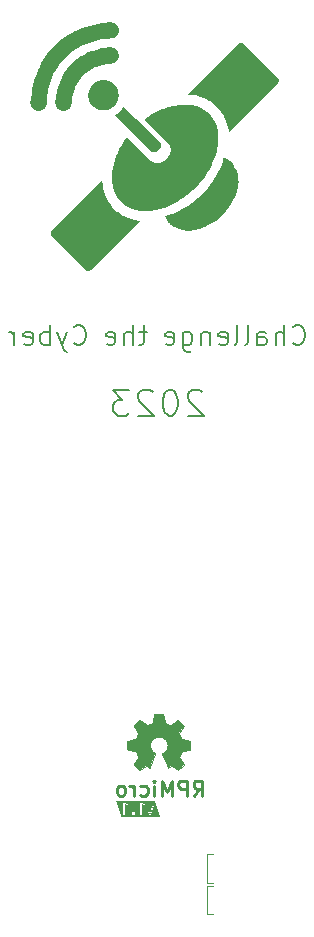
<source format=gbr>
%TF.GenerationSoftware,KiCad,Pcbnew,(7.0.0)*%
%TF.CreationDate,2023-03-31T13:35:02+02:00*%
%TF.ProjectId,rp-micro,72702d6d-6963-4726-9f2e-6b696361645f,1.2*%
%TF.SameCoordinates,Original*%
%TF.FileFunction,Legend,Bot*%
%TF.FilePolarity,Positive*%
%FSLAX46Y46*%
G04 Gerber Fmt 4.6, Leading zero omitted, Abs format (unit mm)*
G04 Created by KiCad (PCBNEW (7.0.0)) date 2023-03-31 13:35:02*
%MOMM*%
%LPD*%
G01*
G04 APERTURE LIST*
G04 Aperture macros list*
%AMRoundRect*
0 Rectangle with rounded corners*
0 $1 Rounding radius*
0 $2 $3 $4 $5 $6 $7 $8 $9 X,Y pos of 4 corners*
0 Add a 4 corners polygon primitive as box body*
4,1,4,$2,$3,$4,$5,$6,$7,$8,$9,$2,$3,0*
0 Add four circle primitives for the rounded corners*
1,1,$1+$1,$2,$3*
1,1,$1+$1,$4,$5*
1,1,$1+$1,$6,$7*
1,1,$1+$1,$8,$9*
0 Add four rect primitives between the rounded corners*
20,1,$1+$1,$2,$3,$4,$5,0*
20,1,$1+$1,$4,$5,$6,$7,0*
20,1,$1+$1,$6,$7,$8,$9,0*
20,1,$1+$1,$8,$9,$2,$3,0*%
G04 Aperture macros list end*
%ADD10C,0.000000*%
%ADD11C,0.100000*%
%ADD12C,0.022500*%
%ADD13C,0.220000*%
%ADD14C,0.200000*%
%ADD15C,1.700000*%
%ADD16O,1.700000X1.700000*%
%ADD17C,0.650000*%
%ADD18O,1.200000X2.100000*%
%ADD19O,1.200000X1.800000*%
%ADD20C,1.350000*%
%ADD21R,1.500000X1.000000*%
%ADD22R,1.700000X1.700000*%
%ADD23RoundRect,0.340000X-0.510000X-0.510000X0.510000X-0.510000X0.510000X0.510000X-0.510000X0.510000X0*%
G04 APERTURE END LIST*
D10*
G36*
X28286428Y-1116245D02*
G01*
X28474293Y-1125411D01*
X28660720Y-1141797D01*
X28845729Y-1165460D01*
X29029344Y-1196452D01*
X29114617Y-1220691D01*
X29198837Y-1247420D01*
X29281999Y-1276636D01*
X29364104Y-1308342D01*
X29445147Y-1342536D01*
X29525123Y-1379220D01*
X29604034Y-1418393D01*
X29681875Y-1460054D01*
X29758643Y-1504203D01*
X29834337Y-1550842D01*
X29908953Y-1599968D01*
X29982488Y-1651584D01*
X30054938Y-1705688D01*
X30126305Y-1762280D01*
X30196582Y-1821359D01*
X30265768Y-1882929D01*
X30327329Y-1951971D01*
X30386403Y-2022146D01*
X30442987Y-2093444D01*
X30497085Y-2165860D01*
X30548693Y-2239385D01*
X30597813Y-2314015D01*
X30644445Y-2389742D01*
X30688588Y-2466558D01*
X30730244Y-2544457D01*
X30769411Y-2623433D01*
X30806090Y-2703479D01*
X30840282Y-2784587D01*
X30871984Y-2866751D01*
X30901198Y-2949964D01*
X30927925Y-3034219D01*
X30952164Y-3119511D01*
X30968573Y-3193827D01*
X30983145Y-3268144D01*
X30995885Y-3342459D01*
X31006802Y-3416774D01*
X31015901Y-3491087D01*
X31023189Y-3565401D01*
X31028671Y-3639713D01*
X31032356Y-3714025D01*
X31034252Y-3788337D01*
X31034361Y-3862647D01*
X31032694Y-3936959D01*
X31029255Y-4011268D01*
X31024052Y-4085580D01*
X31017091Y-4159889D01*
X31008379Y-4234199D01*
X30997923Y-4308510D01*
X30985142Y-4445856D01*
X30969466Y-4583263D01*
X30950916Y-4720710D01*
X30929513Y-4858176D01*
X30905277Y-4995641D01*
X30878231Y-5133081D01*
X30848398Y-5270480D01*
X30815796Y-5407813D01*
X30723365Y-5590892D01*
X30663359Y-5761805D01*
X30597626Y-5931299D01*
X30526166Y-6099372D01*
X30448977Y-6266021D01*
X30366063Y-6431245D01*
X30277421Y-6595039D01*
X30183054Y-6757402D01*
X30082958Y-6918330D01*
X29977135Y-7077819D01*
X29865584Y-7235870D01*
X29748307Y-7392480D01*
X29625303Y-7547643D01*
X29496572Y-7701359D01*
X29362114Y-7853624D01*
X29221929Y-8004435D01*
X29076016Y-8153792D01*
X28909725Y-8310690D01*
X28742726Y-8461157D01*
X28575020Y-8605190D01*
X28406603Y-8742792D01*
X28237479Y-8873965D01*
X28067647Y-8998709D01*
X27897105Y-9117025D01*
X27725857Y-9228915D01*
X27553900Y-9334382D01*
X27381236Y-9433423D01*
X27207864Y-9526045D01*
X27033785Y-9612243D01*
X26858998Y-9692024D01*
X26683504Y-9765384D01*
X26507304Y-9832330D01*
X26330396Y-9892858D01*
X26150045Y-9938725D01*
X25975530Y-9984411D01*
X25806847Y-10030091D01*
X25643999Y-10075936D01*
X25597588Y-10076664D01*
X25549663Y-10078839D01*
X25500259Y-10082452D01*
X25449408Y-10087490D01*
X25397140Y-10093944D01*
X25343489Y-10101805D01*
X25288485Y-10111059D01*
X25232162Y-10121696D01*
X25073346Y-10130189D01*
X24917436Y-10133007D01*
X24764423Y-10130142D01*
X24614293Y-10121581D01*
X24467038Y-10107316D01*
X24322647Y-10087332D01*
X24181108Y-10061623D01*
X24042412Y-10030177D01*
X23951688Y-10005930D01*
X23862786Y-9979197D01*
X23775697Y-9949973D01*
X23690419Y-9918257D01*
X23606950Y-9884048D01*
X23525283Y-9847345D01*
X23445415Y-9808145D01*
X23367342Y-9766448D01*
X23291060Y-9722252D01*
X23216566Y-9675556D01*
X23143854Y-9626357D01*
X23072921Y-9574657D01*
X23003764Y-9520450D01*
X22936376Y-9463738D01*
X22870757Y-9404517D01*
X22806901Y-9342788D01*
X22745178Y-9278918D01*
X22685966Y-9213285D01*
X22629263Y-9145885D01*
X22575071Y-9076715D01*
X22523387Y-9005769D01*
X22474214Y-8933046D01*
X22427549Y-8858540D01*
X22383395Y-8782248D01*
X22341749Y-8704164D01*
X22302615Y-8624285D01*
X22265988Y-8542605D01*
X22231873Y-8459123D01*
X22200266Y-8373835D01*
X22171170Y-8286733D01*
X22144582Y-8197816D01*
X22120505Y-8107079D01*
X22098927Y-8020736D01*
X22079837Y-7933319D01*
X22063239Y-7844829D01*
X22049133Y-7755265D01*
X22037521Y-7664628D01*
X22028403Y-7572919D01*
X22021783Y-7480136D01*
X22017659Y-7386279D01*
X22016035Y-7291350D01*
X22016911Y-7195348D01*
X22020287Y-7098275D01*
X22026167Y-7000127D01*
X22034552Y-6900907D01*
X22045442Y-6800614D01*
X22058840Y-6699249D01*
X22074744Y-6596811D01*
X22098427Y-6471573D01*
X22123493Y-6347792D01*
X22149953Y-6225469D01*
X22177818Y-6104607D01*
X22207098Y-5985201D01*
X22237807Y-5867256D01*
X22269950Y-5750767D01*
X22303543Y-5635738D01*
X22344963Y-5521450D01*
X22389255Y-5407526D01*
X22436419Y-5293967D01*
X22486454Y-5180771D01*
X22539356Y-5067941D01*
X22595127Y-4955476D01*
X22653764Y-4843373D01*
X22715267Y-4731638D01*
X22779631Y-4620266D01*
X22846860Y-4509258D01*
X22916948Y-4398616D01*
X22989895Y-4288338D01*
X23065701Y-4178425D01*
X23144364Y-4068876D01*
X23225884Y-3959691D01*
X23310256Y-3850872D01*
X24042412Y-4629818D01*
X25277922Y-5819731D01*
X25352387Y-5878778D01*
X25389610Y-5905349D01*
X25426831Y-5929953D01*
X25464046Y-5952587D01*
X25501259Y-5973254D01*
X25538469Y-5991952D01*
X25575674Y-6008682D01*
X25612877Y-6023444D01*
X25650079Y-6036238D01*
X25687278Y-6047062D01*
X25724476Y-6055920D01*
X25761671Y-6062809D01*
X25798866Y-6067730D01*
X25836062Y-6070682D01*
X25873255Y-6071666D01*
X25910449Y-6070682D01*
X25947644Y-6067729D01*
X25984838Y-6062809D01*
X26022035Y-6055920D01*
X26059233Y-6047063D01*
X26096432Y-6036238D01*
X26133633Y-6023443D01*
X26170835Y-6008682D01*
X26208041Y-5991952D01*
X26245251Y-5973254D01*
X26282464Y-5952586D01*
X26319679Y-5929952D01*
X26356899Y-5905349D01*
X26394125Y-5878778D01*
X26468587Y-5819731D01*
X26742232Y-5545132D01*
X26801274Y-5470815D01*
X26827842Y-5433657D01*
X26852443Y-5396498D01*
X26875074Y-5359338D01*
X26895739Y-5322178D01*
X26914435Y-5285017D01*
X26931163Y-5247855D01*
X26945924Y-5210691D01*
X26958716Y-5173528D01*
X26969540Y-5136362D01*
X26978395Y-5099195D01*
X26985284Y-5062025D01*
X26990204Y-5024854D01*
X26993156Y-4987680D01*
X26994139Y-4950503D01*
X26993156Y-4913326D01*
X26990203Y-4876144D01*
X26985284Y-4838959D01*
X26978395Y-4801773D01*
X26969540Y-4764582D01*
X26958715Y-4727388D01*
X26945923Y-4690191D01*
X26931163Y-4652990D01*
X26914435Y-4615784D01*
X26895739Y-4578574D01*
X26875074Y-4541361D01*
X26852443Y-4504143D01*
X26827841Y-4466919D01*
X26801274Y-4429693D01*
X26742232Y-4355221D01*
X25506722Y-3119511D01*
X24774566Y-2386364D01*
X24940492Y-2263935D01*
X25106397Y-2147901D01*
X25272283Y-2038264D01*
X25438153Y-1935029D01*
X25604005Y-1838196D01*
X25769845Y-1747769D01*
X25935669Y-1663752D01*
X26101483Y-1586145D01*
X26267285Y-1514954D01*
X26433079Y-1450180D01*
X26598864Y-1391826D01*
X26764642Y-1339895D01*
X26930414Y-1294389D01*
X27096183Y-1255312D01*
X27261949Y-1222664D01*
X27427714Y-1196452D01*
X27520147Y-1150694D01*
X27713984Y-1131525D01*
X27906297Y-1119356D01*
X28097103Y-1114245D01*
X28286428Y-1116245D01*
G37*
G36*
X21207203Y-7580876D02*
G01*
X21211553Y-7690928D01*
X21218778Y-7798150D01*
X21228856Y-7902540D01*
X21241765Y-8004097D01*
X21257484Y-8102825D01*
X21275991Y-8198720D01*
X21297266Y-8291785D01*
X21333013Y-8410846D01*
X21371613Y-8527762D01*
X21413070Y-8642534D01*
X21457383Y-8755161D01*
X21504553Y-8865643D01*
X21554584Y-8973979D01*
X21607475Y-9080170D01*
X21663230Y-9184218D01*
X21721848Y-9286119D01*
X21783329Y-9385876D01*
X21847677Y-9483488D01*
X21914894Y-9578954D01*
X21984978Y-9672276D01*
X22057934Y-9763453D01*
X22133760Y-9852484D01*
X22212460Y-9939372D01*
X22299333Y-10023387D01*
X22388350Y-10103823D01*
X22479510Y-10180679D01*
X22572817Y-10253956D01*
X22668269Y-10323657D01*
X22765867Y-10389782D01*
X22865608Y-10452334D01*
X22967495Y-10511313D01*
X23071526Y-10566720D01*
X23177703Y-10618558D01*
X23286026Y-10666825D01*
X23396492Y-10711527D01*
X23509105Y-10752662D01*
X23623860Y-10790232D01*
X23740763Y-10824239D01*
X23859810Y-10854685D01*
X24408926Y-10946203D01*
X20244794Y-15110907D01*
X20216148Y-15132306D01*
X20187519Y-15150851D01*
X20173212Y-15159055D01*
X20158907Y-15166545D01*
X20144606Y-15173320D01*
X20130308Y-15179384D01*
X20116013Y-15184734D01*
X20101720Y-15189370D01*
X20087429Y-15193294D01*
X20073139Y-15196503D01*
X20058851Y-15198999D01*
X20044564Y-15200783D01*
X20030278Y-15201853D01*
X20015991Y-15202210D01*
X20001704Y-15201853D01*
X19987417Y-15200783D01*
X19973129Y-15198999D01*
X19958840Y-15196503D01*
X19944550Y-15193294D01*
X19930256Y-15189371D01*
X19915963Y-15184734D01*
X19901665Y-15179384D01*
X19887366Y-15173321D01*
X19873062Y-15166545D01*
X19858756Y-15159055D01*
X19844445Y-15150852D01*
X19815811Y-15132306D01*
X19787157Y-15110907D01*
X16904302Y-12227657D01*
X16882905Y-12199006D01*
X16864361Y-12170376D01*
X16856160Y-12156066D01*
X16848670Y-12141760D01*
X16841895Y-12127457D01*
X16835832Y-12113158D01*
X16830483Y-12098861D01*
X16825847Y-12084566D01*
X16821926Y-12070274D01*
X16818715Y-12055983D01*
X16816219Y-12041693D01*
X16814436Y-12027405D01*
X16813366Y-12013116D01*
X16813010Y-11998829D01*
X16813367Y-11984541D01*
X16814436Y-11970254D01*
X16816219Y-11955964D01*
X16818716Y-11941675D01*
X16821926Y-11927385D01*
X16825847Y-11913091D01*
X16830483Y-11898798D01*
X16835832Y-11884501D01*
X16841896Y-11870201D01*
X16848671Y-11855898D01*
X16856160Y-11841593D01*
X16864361Y-11827283D01*
X16882905Y-11798651D01*
X16904302Y-11770000D01*
X21205747Y-7467992D01*
X21207203Y-7580876D01*
G37*
G36*
X32976922Y4114964D02*
G01*
X32992530Y4113894D01*
X33008048Y4112110D01*
X33023475Y4109613D01*
X33038812Y4106403D01*
X33054059Y4102479D01*
X33069219Y4097841D01*
X33084289Y4092491D01*
X33114162Y4079649D01*
X33143686Y4063953D01*
X33172860Y4045403D01*
X33201690Y4024000D01*
X36038830Y1140782D01*
X36052710Y1126533D01*
X36065697Y1112280D01*
X36077786Y1098020D01*
X36088979Y1083756D01*
X36099279Y1069488D01*
X36108682Y1055216D01*
X36117189Y1040940D01*
X36124802Y1026660D01*
X36131518Y1012375D01*
X36137338Y998086D01*
X36142264Y983794D01*
X36146294Y969500D01*
X36149428Y955201D01*
X36151668Y940899D01*
X36153010Y926595D01*
X36153459Y912287D01*
X36153010Y897977D01*
X36151668Y883664D01*
X36149429Y869350D01*
X36146294Y855032D01*
X36142264Y840712D01*
X36137339Y826391D01*
X36131518Y812068D01*
X36124802Y797744D01*
X36117190Y783417D01*
X36108681Y769090D01*
X36099278Y754761D01*
X36088980Y740433D01*
X36077786Y726102D01*
X36065697Y711771D01*
X36052711Y697439D01*
X36038830Y683107D01*
X31920420Y-3481580D01*
X31828900Y-2931472D01*
X31793153Y-2812572D01*
X31754552Y-2695795D01*
X31713097Y-2581147D01*
X31668783Y-2468624D01*
X31621613Y-2358233D01*
X31571581Y-2249970D01*
X31518691Y-2143841D01*
X31462937Y-2039844D01*
X31404320Y-1937982D01*
X31342837Y-1838256D01*
X31278488Y-1740668D01*
X31211273Y-1645218D01*
X31141187Y-1551909D01*
X31068232Y-1460742D01*
X30992407Y-1371717D01*
X30913707Y-1284838D01*
X30826834Y-1206114D01*
X30737816Y-1130246D01*
X30646650Y-1057237D01*
X30553334Y-987091D01*
X30457870Y-919809D01*
X30360253Y-855394D01*
X30260482Y-793849D01*
X30158558Y-735175D01*
X30054477Y-679379D01*
X29948241Y-626459D01*
X29839846Y-576419D01*
X29729290Y-529263D01*
X29616573Y-484994D01*
X29501695Y-443613D01*
X29384653Y-405123D01*
X29265446Y-369526D01*
X29162749Y-347937D01*
X29059925Y-329192D01*
X28957016Y-313304D01*
X28854063Y-300281D01*
X28751111Y-290134D01*
X28648201Y-282874D01*
X28545379Y-278510D01*
X28442683Y-277054D01*
X32697421Y4023999D01*
X32731719Y4045404D01*
X32765634Y4063953D01*
X32799168Y4079648D01*
X32832325Y4092491D01*
X32865106Y4102479D01*
X32897515Y4109613D01*
X32929552Y4113894D01*
X32945433Y4114964D01*
X32961224Y4115321D01*
X32976922Y4114964D01*
G37*
G36*
X21365307Y955882D02*
G01*
X21431792Y951742D01*
X21496843Y944731D01*
X21560461Y934847D01*
X21622647Y922095D01*
X21683404Y906475D01*
X21742730Y887988D01*
X21800628Y866636D01*
X21857100Y842421D01*
X21912148Y815344D01*
X21965771Y785405D01*
X22017973Y752608D01*
X22068753Y716953D01*
X22118112Y678442D01*
X22166054Y637075D01*
X22212579Y592857D01*
X22256960Y546164D01*
X22298466Y498075D01*
X22337101Y448589D01*
X22372866Y397706D01*
X22405763Y345422D01*
X22435791Y291738D01*
X22462954Y236652D01*
X22487251Y180162D01*
X22508686Y122266D01*
X22527257Y62964D01*
X22542968Y2255D01*
X22555819Y-59864D01*
X22565814Y-123392D01*
X22572949Y-188334D01*
X22577231Y-254687D01*
X22578657Y-322454D01*
X22578303Y-351119D01*
X22577240Y-379781D01*
X22575466Y-408441D01*
X22572979Y-437097D01*
X22569780Y-465748D01*
X22565868Y-494391D01*
X22561238Y-523026D01*
X22555891Y-551650D01*
X22549827Y-580265D01*
X22543041Y-608865D01*
X22535535Y-637453D01*
X22527306Y-666025D01*
X22518353Y-694580D01*
X22508674Y-723117D01*
X22498270Y-751635D01*
X22487137Y-780131D01*
X22475286Y-808796D01*
X22462727Y-837457D01*
X22449462Y-866115D01*
X22435486Y-894769D01*
X22420804Y-923417D01*
X22405415Y-952056D01*
X22389315Y-980690D01*
X22372510Y-1009312D01*
X22336775Y-1066524D01*
X22298207Y-1123685D01*
X22256809Y-1180783D01*
X22212579Y-1237807D01*
X22155305Y-1282340D01*
X22098094Y-1323964D01*
X22040927Y-1362696D01*
X21983781Y-1398543D01*
X21955209Y-1415387D01*
X21926635Y-1431517D01*
X21898056Y-1446931D01*
X21869468Y-1461630D01*
X21840869Y-1475617D01*
X21812256Y-1488894D01*
X21783628Y-1501461D01*
X21754983Y-1513318D01*
X21726336Y-1524300D01*
X21697707Y-1534594D01*
X21669096Y-1544195D01*
X21640498Y-1553101D01*
X21611909Y-1561312D01*
X21583330Y-1568821D01*
X21554756Y-1575628D01*
X21526184Y-1581731D01*
X21497613Y-1587125D01*
X21469038Y-1591808D01*
X21440458Y-1595779D01*
X21411870Y-1599032D01*
X21383273Y-1601569D01*
X21354661Y-1603383D01*
X21326033Y-1604475D01*
X21297386Y-1604839D01*
X21234773Y-1603411D01*
X21172890Y-1599130D01*
X21111732Y-1591991D01*
X21051299Y-1581995D01*
X20991591Y-1569141D01*
X20932605Y-1553425D01*
X20874339Y-1534851D01*
X20816795Y-1513413D01*
X20759968Y-1489112D01*
X20703859Y-1461946D01*
X20648467Y-1431913D01*
X20593787Y-1399014D01*
X20539823Y-1363246D01*
X20486568Y-1324609D01*
X20434026Y-1283100D01*
X20382191Y-1238720D01*
X20337812Y-1186880D01*
X20296306Y-1134328D01*
X20257669Y-1081069D01*
X20221905Y-1027096D01*
X20189008Y-972410D01*
X20158980Y-917009D01*
X20131817Y-860893D01*
X20107519Y-804058D01*
X20086086Y-746507D01*
X20067513Y-688235D01*
X20051804Y-629240D01*
X20038951Y-569525D01*
X20028958Y-509086D01*
X20021822Y-447921D01*
X20017541Y-386028D01*
X20016115Y-323408D01*
X20017541Y-260942D01*
X20021822Y-199184D01*
X20028958Y-138131D01*
X20038952Y-77783D01*
X20051804Y-18137D01*
X20067513Y40805D01*
X20086086Y99049D01*
X20107520Y156592D01*
X20131818Y213438D01*
X20158980Y269589D01*
X20189008Y325043D01*
X20221905Y379805D01*
X20257670Y433874D01*
X20296305Y487252D01*
X20337811Y539942D01*
X20382191Y591944D01*
X20434025Y636163D01*
X20486568Y677531D01*
X20539823Y716047D01*
X20593788Y751709D01*
X20648467Y784520D01*
X20703859Y814478D01*
X20759968Y841584D01*
X20816795Y865837D01*
X20874339Y887237D01*
X20932605Y905785D01*
X20991590Y921480D01*
X21051300Y934319D01*
X21111731Y944307D01*
X21172890Y951441D01*
X21234773Y955723D01*
X21297386Y957149D01*
X21365307Y955882D01*
G37*
G36*
X24088845Y-2336398D02*
G01*
X26102272Y-4305255D01*
X26123667Y-4339394D01*
X26142211Y-4373171D01*
X26157902Y-4406590D01*
X26170739Y-4439652D01*
X26180724Y-4472362D01*
X26187856Y-4504721D01*
X26192136Y-4536732D01*
X26193206Y-4552608D01*
X26193562Y-4568398D01*
X26193206Y-4584101D01*
X26192136Y-4599721D01*
X26190353Y-4615255D01*
X26187856Y-4630703D01*
X26184647Y-4646067D01*
X26180724Y-4661349D01*
X26176088Y-4676546D01*
X26170739Y-4691659D01*
X26157901Y-4721638D01*
X26142211Y-4751286D01*
X26123667Y-4780606D01*
X26102272Y-4809603D01*
X25827714Y-5083249D01*
X25798885Y-5104813D01*
X25784342Y-5114517D01*
X25769712Y-5123502D01*
X25754995Y-5131767D01*
X25740193Y-5139315D01*
X25725303Y-5146144D01*
X25710327Y-5152253D01*
X25695262Y-5157644D01*
X25680111Y-5162316D01*
X25664872Y-5166269D01*
X25649547Y-5169504D01*
X25634132Y-5172020D01*
X25618630Y-5173817D01*
X25603040Y-5174895D01*
X25587361Y-5175255D01*
X25571595Y-5174895D01*
X25555738Y-5173816D01*
X25539794Y-5172020D01*
X25523761Y-5169504D01*
X25507639Y-5166269D01*
X25491427Y-5162316D01*
X25475125Y-5157644D01*
X25458734Y-5152253D01*
X25425682Y-5139315D01*
X25392269Y-5123501D01*
X25358495Y-5104813D01*
X25324357Y-5083249D01*
X23310930Y-3070497D01*
X22258458Y-2016953D01*
X22315471Y-1981904D01*
X22372558Y-1945405D01*
X22429710Y-1907465D01*
X22486915Y-1868099D01*
X22544162Y-1827319D01*
X22601442Y-1785133D01*
X22658742Y-1741555D01*
X22716055Y-1696595D01*
X22760285Y-1639271D01*
X22801683Y-1581958D01*
X22840251Y-1524671D01*
X22875986Y-1467416D01*
X22908890Y-1410203D01*
X22924281Y-1381616D01*
X22938962Y-1353043D01*
X22952938Y-1324485D01*
X22966204Y-1295944D01*
X22978763Y-1267423D01*
X22990614Y-1238920D01*
X24088845Y-2336398D01*
G37*
G36*
X31552089Y-5603666D02*
G01*
X31596812Y-5622436D01*
X31640806Y-5642277D01*
X31684070Y-5663191D01*
X31726605Y-5685176D01*
X31768412Y-5708237D01*
X31809487Y-5732369D01*
X31849834Y-5757574D01*
X31889452Y-5783851D01*
X31928342Y-5811204D01*
X31966501Y-5839628D01*
X32003931Y-5869124D01*
X32040632Y-5899696D01*
X32076605Y-5931340D01*
X32111846Y-5964057D01*
X32146359Y-5997847D01*
X32234334Y-6118563D01*
X32315159Y-6240443D01*
X32388836Y-6363486D01*
X32455364Y-6487692D01*
X32514744Y-6613063D01*
X32566974Y-6739595D01*
X32612056Y-6867290D01*
X32649987Y-6996150D01*
X32680770Y-7126171D01*
X32704403Y-7257353D01*
X32720885Y-7389699D01*
X32730219Y-7523207D01*
X32732400Y-7657876D01*
X32727433Y-7793708D01*
X32715315Y-7930700D01*
X32696047Y-8068855D01*
X32669626Y-8208169D01*
X32636056Y-8348647D01*
X32595335Y-8490284D01*
X32547462Y-8633082D01*
X32492437Y-8777041D01*
X32430260Y-8922160D01*
X32360932Y-9068439D01*
X32284452Y-9215878D01*
X32200819Y-9364476D01*
X32110035Y-9514236D01*
X31907007Y-9817230D01*
X31675370Y-10124863D01*
X31415118Y-10437132D01*
X31097253Y-10702921D01*
X30784405Y-10939767D01*
X30476575Y-11147668D01*
X30173759Y-11326620D01*
X29875956Y-11476623D01*
X29583167Y-11597673D01*
X29438652Y-11647340D01*
X29295388Y-11689767D01*
X29153378Y-11724955D01*
X29012620Y-11752903D01*
X28873115Y-11773611D01*
X28734861Y-11787078D01*
X28597858Y-11793304D01*
X28462108Y-11792288D01*
X28327610Y-11784031D01*
X28194362Y-11768532D01*
X28062365Y-11745792D01*
X27931619Y-11715808D01*
X27802125Y-11678582D01*
X27673880Y-11634111D01*
X27546887Y-11582398D01*
X27421143Y-11523441D01*
X27296650Y-11457239D01*
X27173407Y-11383793D01*
X27051413Y-11303101D01*
X26930669Y-11215165D01*
X26896885Y-11180473D01*
X26864175Y-11145057D01*
X26832536Y-11108914D01*
X26801969Y-11072052D01*
X26772476Y-11034471D01*
X26744056Y-10996174D01*
X26716706Y-10957164D01*
X26690430Y-10917445D01*
X26665226Y-10877018D01*
X26641096Y-10835885D01*
X26618037Y-10794052D01*
X26596051Y-10751519D01*
X26575137Y-10708290D01*
X26555297Y-10664368D01*
X26536527Y-10619753D01*
X26518832Y-10574450D01*
X26792477Y-10482892D01*
X26980517Y-10416872D01*
X27167123Y-10344781D01*
X27352293Y-10266618D01*
X27536030Y-10182386D01*
X27718335Y-10092081D01*
X27899209Y-9995705D01*
X28078656Y-9893258D01*
X28256673Y-9784739D01*
X28433264Y-9670150D01*
X28608431Y-9549489D01*
X28782173Y-9422756D01*
X28954495Y-9289953D01*
X29125394Y-9151078D01*
X29294872Y-9006131D01*
X29462933Y-8855115D01*
X29629578Y-8698026D01*
X29803097Y-8514200D01*
X29969128Y-8328954D01*
X30127669Y-8142291D01*
X30278722Y-7954206D01*
X30422283Y-7764701D01*
X30558350Y-7573773D01*
X30686925Y-7381421D01*
X30808003Y-7187644D01*
X30921586Y-6992440D01*
X31027670Y-6795807D01*
X31126254Y-6597748D01*
X31217337Y-6398258D01*
X31300918Y-6197336D01*
X31376997Y-5994981D01*
X31445569Y-5791193D01*
X31506636Y-5585971D01*
X31552089Y-5603666D01*
G37*
G36*
X21970242Y3735376D02*
G01*
X22043916Y3717612D01*
X22079137Y3707120D01*
X22113282Y3695555D01*
X22146351Y3682915D01*
X22178345Y3669202D01*
X22209263Y3654415D01*
X22239108Y3638553D01*
X22267876Y3621618D01*
X22295572Y3603607D01*
X22322193Y3584522D01*
X22347741Y3564363D01*
X22372216Y3543127D01*
X22395618Y3520818D01*
X22417948Y3497431D01*
X22439204Y3472970D01*
X22459390Y3447433D01*
X22478504Y3420821D01*
X22496546Y3393132D01*
X22513518Y3364367D01*
X22529420Y3334525D01*
X22544252Y3303607D01*
X22558013Y3271613D01*
X22570705Y3238540D01*
X22582327Y3204392D01*
X22592881Y3169166D01*
X22610785Y3095481D01*
X22624416Y3017486D01*
X22610785Y2945299D01*
X22602367Y2910671D01*
X22592882Y2877019D01*
X22582327Y2844342D01*
X22570705Y2812644D01*
X22558012Y2781922D01*
X22544251Y2752178D01*
X22529421Y2723410D01*
X22513519Y2695620D01*
X22496547Y2668810D01*
X22478504Y2642976D01*
X22459389Y2618119D01*
X22439205Y2594241D01*
X22417948Y2571342D01*
X22395618Y2549421D01*
X22372217Y2528479D01*
X22347741Y2508516D01*
X22322193Y2489533D01*
X22295573Y2471528D01*
X22267876Y2454503D01*
X22239108Y2438458D01*
X22209263Y2423393D01*
X22178346Y2409307D01*
X22146351Y2396201D01*
X22113282Y2384077D01*
X22079136Y2372932D01*
X22043915Y2362768D01*
X21970243Y2345383D01*
X21892261Y2331924D01*
X21530778Y2286720D01*
X21357815Y2256088D01*
X21190036Y2220101D01*
X21027443Y2178760D01*
X20870036Y2132063D01*
X20717814Y2080010D01*
X20570777Y2022600D01*
X20428926Y1959832D01*
X20292260Y1891706D01*
X20160779Y1818221D01*
X20034484Y1739376D01*
X19913375Y1655170D01*
X19797451Y1565604D01*
X19686712Y1470675D01*
X19581160Y1370385D01*
X19480792Y1264732D01*
X19385609Y1153713D01*
X19295613Y1037331D01*
X19210803Y915584D01*
X19131177Y788469D01*
X19056737Y655990D01*
X18987482Y518142D01*
X18923414Y374926D01*
X18864530Y226343D01*
X18810834Y72389D01*
X18762322Y-86934D01*
X18718994Y-251628D01*
X18647898Y-597131D01*
X18597544Y-964124D01*
X18589554Y-1041947D01*
X18583813Y-1079111D01*
X18576910Y-1115114D01*
X18568842Y-1149950D01*
X18559610Y-1183624D01*
X18549214Y-1216133D01*
X18537655Y-1247477D01*
X18524934Y-1277660D01*
X18511048Y-1306677D01*
X18495998Y-1334530D01*
X18479784Y-1361218D01*
X18462406Y-1386745D01*
X18443866Y-1411106D01*
X18424161Y-1434304D01*
X18403294Y-1456337D01*
X18381262Y-1477206D01*
X18358066Y-1496913D01*
X18333707Y-1515455D01*
X18308184Y-1532832D01*
X18281498Y-1549048D01*
X18253648Y-1564098D01*
X18224635Y-1577985D01*
X18194456Y-1590707D01*
X18163115Y-1602267D01*
X18130611Y-1612662D01*
X18096943Y-1621894D01*
X18062110Y-1629963D01*
X18026115Y-1636867D01*
X17988955Y-1642608D01*
X17911145Y-1650598D01*
X17833335Y-1642608D01*
X17796176Y-1636867D01*
X17760180Y-1629963D01*
X17725347Y-1621895D01*
X17691680Y-1612662D01*
X17659174Y-1602267D01*
X17627833Y-1590707D01*
X17597657Y-1577985D01*
X17568643Y-1564098D01*
X17540792Y-1549048D01*
X17514106Y-1532833D01*
X17488583Y-1515455D01*
X17464224Y-1496913D01*
X17441028Y-1477207D01*
X17418997Y-1456337D01*
X17398129Y-1434303D01*
X17378424Y-1411106D01*
X17359884Y-1386745D01*
X17342507Y-1361219D01*
X17326293Y-1334530D01*
X17311243Y-1306677D01*
X17297357Y-1277660D01*
X17284635Y-1247478D01*
X17273075Y-1216133D01*
X17262680Y-1183623D01*
X17253448Y-1149951D01*
X17245381Y-1115114D01*
X17238476Y-1079111D01*
X17232736Y-1041947D01*
X17224745Y-964123D01*
X17291241Y-441459D01*
X17387766Y50804D01*
X17447290Y285534D01*
X17514321Y512664D01*
X17588859Y732190D01*
X17670906Y944115D01*
X17760459Y1148439D01*
X17857520Y1345158D01*
X17962090Y1534276D01*
X18074165Y1715788D01*
X18193748Y1889698D01*
X18320839Y2056004D01*
X18455439Y2214706D01*
X18597544Y2365802D01*
X18747158Y2509294D01*
X18904278Y2645180D01*
X19068908Y2773462D01*
X19241044Y2894136D01*
X19420686Y3007204D01*
X19607837Y3112666D01*
X19802497Y3210521D01*
X20004662Y3300769D01*
X20214336Y3383408D01*
X20431518Y3458440D01*
X20656205Y3525864D01*
X20888401Y3585679D01*
X21128106Y3637887D01*
X21375317Y3682483D01*
X21892261Y3748848D01*
X21970242Y3735376D01*
G37*
G36*
X22010361Y5841246D02*
G01*
X22078775Y5823999D01*
X22143265Y5802805D01*
X22174038Y5790726D01*
X22203829Y5777663D01*
X22232638Y5763610D01*
X22260466Y5748572D01*
X22287315Y5732547D01*
X22313179Y5715536D01*
X22338064Y5697536D01*
X22361967Y5678550D01*
X22384890Y5658578D01*
X22406830Y5637619D01*
X22427789Y5615673D01*
X22447766Y5592740D01*
X22466763Y5568820D01*
X22484779Y5543914D01*
X22501813Y5518021D01*
X22517865Y5491142D01*
X22532936Y5463274D01*
X22547026Y5434422D01*
X22560135Y5404581D01*
X22572262Y5373754D01*
X22593571Y5309140D01*
X22610956Y5240580D01*
X22624416Y5168072D01*
X22610957Y5090249D01*
X22593572Y5017080D01*
X22572261Y4948567D01*
X22560134Y4916057D01*
X22547025Y4884711D01*
X22532937Y4854528D01*
X22517865Y4825509D01*
X22501813Y4797654D01*
X22484778Y4770964D01*
X22466763Y4745435D01*
X22447766Y4721073D01*
X22427790Y4697873D01*
X22406829Y4675838D01*
X22384890Y4654966D01*
X22361967Y4635258D01*
X22338064Y4616715D01*
X22313180Y4599334D01*
X22287315Y4583118D01*
X22260466Y4568066D01*
X22232638Y4554178D01*
X22203829Y4541453D01*
X22174038Y4529893D01*
X22143265Y4519496D01*
X22111511Y4510264D01*
X22078775Y4502195D01*
X22045058Y4495290D01*
X22010361Y4489548D01*
X21938022Y4481557D01*
X21649521Y4464676D01*
X21367454Y4436685D01*
X21091821Y4397585D01*
X20822622Y4347382D01*
X20559860Y4286075D01*
X20303531Y4213670D01*
X20053636Y4130170D01*
X19810177Y4035575D01*
X19573153Y3929889D01*
X19342564Y3813114D01*
X19118411Y3685255D01*
X18900694Y3546312D01*
X18689411Y3396290D01*
X18484565Y3235190D01*
X18286154Y3063016D01*
X18094181Y2879771D01*
X17905646Y2682455D01*
X17728890Y2479413D01*
X17563918Y2270644D01*
X17410727Y2056148D01*
X17269324Y1835923D01*
X17139711Y1609972D01*
X17021890Y1378293D01*
X16915864Y1140888D01*
X16821634Y897753D01*
X16739206Y648893D01*
X16668580Y394303D01*
X16609760Y133986D01*
X16562746Y-132058D01*
X16527546Y-403831D01*
X16504159Y-681331D01*
X16492587Y-964558D01*
X16484597Y-1042382D01*
X16478856Y-1079548D01*
X16471951Y-1115549D01*
X16463883Y-1150386D01*
X16454652Y-1184060D01*
X16444257Y-1216570D01*
X16432697Y-1247914D01*
X16419976Y-1278096D01*
X16406090Y-1307114D01*
X16391040Y-1334967D01*
X16374826Y-1361656D01*
X16357449Y-1387182D01*
X16338908Y-1411542D01*
X16319203Y-1434740D01*
X16298334Y-1456775D01*
X16276302Y-1477645D01*
X16253107Y-1497351D01*
X16228749Y-1515893D01*
X16203225Y-1533271D01*
X16176539Y-1549485D01*
X16148689Y-1564536D01*
X16119675Y-1578422D01*
X16089498Y-1591145D01*
X16058156Y-1602704D01*
X16025651Y-1613101D01*
X15991983Y-1622331D01*
X15957151Y-1630400D01*
X15921157Y-1637305D01*
X15883996Y-1643045D01*
X15806187Y-1651035D01*
X15728377Y-1643045D01*
X15691219Y-1637304D01*
X15655222Y-1630400D01*
X15620390Y-1622331D01*
X15586722Y-1613101D01*
X15554218Y-1602705D01*
X15522877Y-1591146D01*
X15492699Y-1578422D01*
X15463685Y-1564535D01*
X15435835Y-1549485D01*
X15409148Y-1533271D01*
X15383626Y-1515893D01*
X15359266Y-1497351D01*
X15336071Y-1477645D01*
X15314040Y-1456774D01*
X15293172Y-1434741D01*
X15273467Y-1411543D01*
X15254925Y-1387182D01*
X15237548Y-1361655D01*
X15221335Y-1334967D01*
X15206285Y-1307114D01*
X15192399Y-1278096D01*
X15179677Y-1247915D01*
X15168118Y-1216570D01*
X15157722Y-1184060D01*
X15148492Y-1150386D01*
X15140424Y-1115549D01*
X15133520Y-1079547D01*
X15127779Y-1042382D01*
X15119789Y-964559D01*
X15216088Y-208576D01*
X15280734Y152932D01*
X15356378Y503448D01*
X15443019Y842974D01*
X15540656Y1171510D01*
X15649291Y1489054D01*
X15768921Y1795607D01*
X15899547Y2091170D01*
X16041168Y2375738D01*
X16193785Y2649314D01*
X16357397Y2911898D01*
X16532004Y3163489D01*
X16717604Y3404085D01*
X16914198Y3633688D01*
X17121784Y3852297D01*
X17340364Y4059911D01*
X17569939Y4256532D01*
X17810504Y4442156D01*
X18062061Y4616784D01*
X18324612Y4780417D01*
X18598153Y4933053D01*
X18882685Y5074692D01*
X19178207Y5205335D01*
X19484722Y5324981D01*
X19802225Y5433628D01*
X20130719Y5531278D01*
X20470202Y5617931D01*
X20820674Y5693583D01*
X21182134Y5758237D01*
X21938022Y5854546D01*
X22010361Y5841246D01*
G37*
D11*
X30038779Y-64576386D02*
X30038779Y-66989386D01*
X30546779Y-67243386D02*
X30038779Y-67243386D01*
X30038779Y-69656386D02*
X30546779Y-69656386D01*
X30546779Y-64576386D02*
X30038779Y-64576386D01*
X30546779Y-66989386D02*
X30038779Y-66989386D01*
D12*
G36*
X26316985Y-52704517D02*
G01*
X26318496Y-52704629D01*
X26319999Y-52704814D01*
X26321493Y-52705069D01*
X26322974Y-52705394D01*
X26324442Y-52705785D01*
X26325893Y-52706242D01*
X26327325Y-52706762D01*
X26328737Y-52707343D01*
X26330125Y-52707984D01*
X26331488Y-52708683D01*
X26332823Y-52709437D01*
X26334128Y-52710246D01*
X26335401Y-52711106D01*
X26336640Y-52712018D01*
X26337842Y-52712977D01*
X26339006Y-52713983D01*
X26340128Y-52715034D01*
X26341207Y-52716128D01*
X26342241Y-52717263D01*
X26343226Y-52718437D01*
X26344162Y-52719649D01*
X26345045Y-52720896D01*
X26345874Y-52722177D01*
X26346646Y-52723489D01*
X26347360Y-52724831D01*
X26348011Y-52726202D01*
X26348600Y-52727599D01*
X26349123Y-52729020D01*
X26349578Y-52730464D01*
X26349962Y-52731928D01*
X26350275Y-52733411D01*
X26475886Y-53408218D01*
X26476203Y-53409713D01*
X26476588Y-53411213D01*
X26477554Y-53414219D01*
X26478766Y-53417216D01*
X26480207Y-53420183D01*
X26481861Y-53423102D01*
X26483710Y-53425952D01*
X26485737Y-53428715D01*
X26487926Y-53431370D01*
X26490259Y-53433899D01*
X26492721Y-53436281D01*
X26495293Y-53438496D01*
X26497959Y-53440526D01*
X26500702Y-53442351D01*
X26503505Y-53443951D01*
X26504924Y-53444660D01*
X26506351Y-53445306D01*
X26507785Y-53445886D01*
X26509223Y-53446397D01*
X26961502Y-53631539D01*
X26964312Y-53632776D01*
X26967292Y-53633809D01*
X26970415Y-53634641D01*
X26973657Y-53635272D01*
X26976989Y-53635704D01*
X26980387Y-53635941D01*
X26983824Y-53635982D01*
X26987274Y-53635831D01*
X26990710Y-53635488D01*
X26994106Y-53634956D01*
X26997437Y-53634236D01*
X27000675Y-53633331D01*
X27003795Y-53632242D01*
X27006770Y-53630970D01*
X27009575Y-53629518D01*
X27012183Y-53627888D01*
X27575943Y-53241014D01*
X27577213Y-53240187D01*
X27578521Y-53239424D01*
X27579863Y-53238726D01*
X27581237Y-53238091D01*
X27582640Y-53237519D01*
X27584069Y-53237012D01*
X27585522Y-53236567D01*
X27586995Y-53236185D01*
X27588485Y-53235865D01*
X27589990Y-53235608D01*
X27593032Y-53235280D01*
X27596098Y-53235197D01*
X27599166Y-53235359D01*
X27602211Y-53235762D01*
X27605212Y-53236405D01*
X27608145Y-53237286D01*
X27609579Y-53237815D01*
X27610987Y-53238402D01*
X27612367Y-53239048D01*
X27613716Y-53239752D01*
X27615030Y-53240514D01*
X27616307Y-53241333D01*
X27617545Y-53242210D01*
X27618739Y-53243144D01*
X27619889Y-53244134D01*
X27620989Y-53245181D01*
X28095771Y-53719963D01*
X28096818Y-53721064D01*
X28097807Y-53722213D01*
X28098740Y-53723408D01*
X28099616Y-53724646D01*
X28100433Y-53725925D01*
X28101193Y-53727240D01*
X28102539Y-53729971D01*
X28103650Y-53732816D01*
X28104526Y-53735752D01*
X28105164Y-53738757D01*
X28105564Y-53741806D01*
X28105722Y-53744877D01*
X28105637Y-53747947D01*
X28105309Y-53750992D01*
X28104734Y-53753991D01*
X28103911Y-53756918D01*
X28103406Y-53758349D01*
X28102838Y-53759753D01*
X28102208Y-53761127D01*
X28101514Y-53762470D01*
X28100758Y-53763778D01*
X28099937Y-53765048D01*
X27719810Y-54319085D01*
X27718176Y-54321704D01*
X27716725Y-54324513D01*
X27715459Y-54327487D01*
X27714381Y-54330600D01*
X27713491Y-54333827D01*
X27712792Y-54337142D01*
X27712285Y-54340520D01*
X27711972Y-54343935D01*
X27711854Y-54347361D01*
X27711933Y-54350774D01*
X27712211Y-54354147D01*
X27712689Y-54357455D01*
X27713369Y-54360673D01*
X27714252Y-54363775D01*
X27715340Y-54366735D01*
X27716635Y-54369528D01*
X27916621Y-54836094D01*
X27917763Y-54838959D01*
X27919167Y-54841798D01*
X27920814Y-54844594D01*
X27922683Y-54847329D01*
X27924754Y-54849988D01*
X27927008Y-54852552D01*
X27929425Y-54855006D01*
X27931985Y-54857332D01*
X27934669Y-54859514D01*
X27937455Y-54861534D01*
X27940326Y-54863375D01*
X27943260Y-54865021D01*
X27946238Y-54866455D01*
X27949240Y-54867659D01*
X27952246Y-54868618D01*
X27955237Y-54869313D01*
X28607660Y-54990638D01*
X28609139Y-54990957D01*
X28610600Y-54991348D01*
X28612041Y-54991809D01*
X28613459Y-54992337D01*
X28614853Y-54992930D01*
X28616221Y-54993586D01*
X28617561Y-54994303D01*
X28618871Y-54995078D01*
X28621394Y-54996796D01*
X28623776Y-54998721D01*
X28626001Y-55000836D01*
X28628054Y-55003124D01*
X28629921Y-55005567D01*
X28631586Y-55008147D01*
X28633036Y-55010847D01*
X28633674Y-55012236D01*
X28634253Y-55013648D01*
X28634771Y-55015082D01*
X28635225Y-55016534D01*
X28635614Y-55018003D01*
X28635935Y-55019487D01*
X28636188Y-55020983D01*
X28636369Y-55022489D01*
X28636478Y-55024003D01*
X28636513Y-55025523D01*
X28636433Y-55696995D01*
X28636395Y-55698512D01*
X28636283Y-55700023D01*
X28636097Y-55701528D01*
X28635841Y-55703023D01*
X28635516Y-55704506D01*
X28635123Y-55705976D01*
X28634666Y-55707429D01*
X28634145Y-55708864D01*
X28633562Y-55710278D01*
X28632920Y-55711669D01*
X28632220Y-55713035D01*
X28631465Y-55714373D01*
X28630655Y-55715681D01*
X28629793Y-55716957D01*
X28628881Y-55718199D01*
X28627920Y-55719404D01*
X28626913Y-55720570D01*
X28625861Y-55721695D01*
X28624767Y-55722776D01*
X28623632Y-55723812D01*
X28622457Y-55724800D01*
X28621246Y-55725737D01*
X28619999Y-55726621D01*
X28618719Y-55727451D01*
X28617407Y-55728224D01*
X28616066Y-55728937D01*
X28614697Y-55729589D01*
X28613302Y-55730176D01*
X28611883Y-55730697D01*
X28610442Y-55731150D01*
X28608981Y-55731532D01*
X28607501Y-55731841D01*
X27971112Y-55850268D01*
X27969614Y-55850576D01*
X27968112Y-55850952D01*
X27966610Y-55851396D01*
X27965110Y-55851905D01*
X27962122Y-55853109D01*
X27959170Y-55854547D01*
X27956271Y-55856203D01*
X27953445Y-55858057D01*
X27950711Y-55860093D01*
X27948088Y-55862294D01*
X27945594Y-55864642D01*
X27943249Y-55867119D01*
X27941072Y-55869708D01*
X27939082Y-55872392D01*
X27937297Y-55875153D01*
X27935738Y-55877974D01*
X27934422Y-55880837D01*
X27933861Y-55882279D01*
X27933369Y-55883725D01*
X27734694Y-56380017D01*
X27733464Y-56382840D01*
X27732440Y-56385830D01*
X27731617Y-56388960D01*
X27730996Y-56392206D01*
X27730572Y-56395540D01*
X27730345Y-56398938D01*
X27730312Y-56402373D01*
X27730472Y-56405819D01*
X27730821Y-56409251D01*
X27731359Y-56412643D01*
X27732083Y-56415968D01*
X27732991Y-56419202D01*
X27734081Y-56422317D01*
X27735351Y-56425289D01*
X27736800Y-56428091D01*
X27738424Y-56430698D01*
X28099937Y-56957471D01*
X28100764Y-56958741D01*
X28101527Y-56960049D01*
X28102226Y-56961392D01*
X28102860Y-56962768D01*
X28103432Y-56964173D01*
X28103940Y-56965604D01*
X28104384Y-56967059D01*
X28104766Y-56968534D01*
X28105086Y-56970027D01*
X28105343Y-56971535D01*
X28105671Y-56974584D01*
X28105754Y-56977658D01*
X28105592Y-56980732D01*
X28105189Y-56983785D01*
X28104546Y-56986793D01*
X28103665Y-56989733D01*
X28103136Y-56991170D01*
X28102549Y-56992581D01*
X28101903Y-56993963D01*
X28101199Y-56995314D01*
X28100437Y-56996631D01*
X28099618Y-56997910D01*
X28098741Y-56999149D01*
X28097808Y-57000345D01*
X28096817Y-57001494D01*
X28095770Y-57002595D01*
X27620909Y-57477377D01*
X27619815Y-57478416D01*
X27618672Y-57479400D01*
X27617483Y-57480328D01*
X27616250Y-57481199D01*
X27614976Y-57482013D01*
X27613665Y-57482770D01*
X27610941Y-57484111D01*
X27608100Y-57485221D01*
X27605167Y-57486097D01*
X27602164Y-57486737D01*
X27599116Y-57487140D01*
X27596044Y-57487302D01*
X27592973Y-57487223D01*
X27589926Y-57486899D01*
X27586926Y-57486329D01*
X27583996Y-57485510D01*
X27582565Y-57485007D01*
X27581161Y-57484441D01*
X27579785Y-57483812D01*
X27578442Y-57483120D01*
X27577134Y-57482364D01*
X27575864Y-57481544D01*
X27058378Y-57126381D01*
X27055777Y-57124761D01*
X27052991Y-57123341D01*
X27050045Y-57122121D01*
X27046966Y-57121102D01*
X27043777Y-57120284D01*
X27040505Y-57119666D01*
X27037175Y-57119251D01*
X27033812Y-57119038D01*
X27030441Y-57119028D01*
X27027089Y-57119221D01*
X27023779Y-57119618D01*
X27020539Y-57120219D01*
X27017392Y-57121025D01*
X27014365Y-57122036D01*
X27011482Y-57123252D01*
X27008769Y-57124674D01*
X26780566Y-57246515D01*
X26779201Y-57247163D01*
X26777825Y-57247734D01*
X26776441Y-57248227D01*
X26775049Y-57248643D01*
X26773654Y-57248983D01*
X26772256Y-57249249D01*
X26770859Y-57249440D01*
X26769465Y-57249558D01*
X26768076Y-57249604D01*
X26766695Y-57249578D01*
X26765324Y-57249482D01*
X26763966Y-57249316D01*
X26762622Y-57249082D01*
X26761295Y-57248779D01*
X26759988Y-57248409D01*
X26758703Y-57247973D01*
X26757442Y-57247472D01*
X26756208Y-57246906D01*
X26755003Y-57246277D01*
X26753829Y-57245584D01*
X26752689Y-57244831D01*
X26751586Y-57244016D01*
X26750520Y-57243140D01*
X26749496Y-57242206D01*
X26748515Y-57241213D01*
X26747580Y-57240163D01*
X26746693Y-57239056D01*
X26745856Y-57237894D01*
X26745072Y-57236676D01*
X26744344Y-57235405D01*
X26743672Y-57234080D01*
X26743061Y-57232704D01*
X26272566Y-56095736D01*
X26272022Y-56094322D01*
X26271550Y-56092886D01*
X26271149Y-56091431D01*
X26270818Y-56089960D01*
X26270557Y-56088476D01*
X26270365Y-56086982D01*
X26270239Y-56085479D01*
X26270181Y-56083971D01*
X26270188Y-56082461D01*
X26270260Y-56080950D01*
X26270396Y-56079443D01*
X26270594Y-56077941D01*
X26270855Y-56076447D01*
X26271177Y-56074964D01*
X26271559Y-56073495D01*
X26272000Y-56072043D01*
X26272500Y-56070609D01*
X26273057Y-56069197D01*
X26273671Y-56067810D01*
X26274340Y-56066449D01*
X26275064Y-56065119D01*
X26275842Y-56063821D01*
X26276673Y-56062559D01*
X26277555Y-56061334D01*
X26278489Y-56060150D01*
X26279473Y-56059010D01*
X26280506Y-56057916D01*
X26281587Y-56056870D01*
X26282716Y-56055876D01*
X26283891Y-56054937D01*
X26285112Y-56054054D01*
X26286377Y-56053231D01*
X26343487Y-56018266D01*
X26347598Y-56015648D01*
X26351987Y-56012660D01*
X26356571Y-56009367D01*
X26361267Y-56005834D01*
X26365994Y-56002126D01*
X26370667Y-55998308D01*
X26375205Y-55994446D01*
X26379524Y-55990604D01*
X26417330Y-55964726D01*
X26453410Y-55936630D01*
X26487667Y-55906412D01*
X26520001Y-55874171D01*
X26550315Y-55840004D01*
X26578509Y-55804010D01*
X26604486Y-55766286D01*
X26628146Y-55726930D01*
X26649392Y-55686041D01*
X26668124Y-55643715D01*
X26684245Y-55600051D01*
X26697655Y-55555148D01*
X26708257Y-55509102D01*
X26715951Y-55462011D01*
X26720640Y-55413975D01*
X26722225Y-55365089D01*
X26721259Y-55326875D01*
X26718391Y-55289162D01*
X26713669Y-55251998D01*
X26707139Y-55215429D01*
X26698847Y-55179501D01*
X26688841Y-55144262D01*
X26677166Y-55109758D01*
X26663870Y-55076035D01*
X26649000Y-55043141D01*
X26632601Y-55011122D01*
X26614721Y-54980024D01*
X26595406Y-54949895D01*
X26574703Y-54920781D01*
X26552659Y-54892728D01*
X26529320Y-54865783D01*
X26504733Y-54839994D01*
X26478944Y-54815406D01*
X26452001Y-54792066D01*
X26423949Y-54770021D01*
X26394836Y-54749318D01*
X26364709Y-54730002D01*
X26333613Y-54712122D01*
X26301595Y-54695723D01*
X26268703Y-54680852D01*
X26234983Y-54667556D01*
X26200481Y-54655881D01*
X26165244Y-54645875D01*
X26129320Y-54637583D01*
X26092753Y-54631053D01*
X26055592Y-54626330D01*
X26017883Y-54623463D01*
X25979672Y-54622496D01*
X25941461Y-54623463D01*
X25903752Y-54626330D01*
X25866590Y-54631053D01*
X25830023Y-54637583D01*
X25794097Y-54645875D01*
X25758860Y-54655881D01*
X25724357Y-54667556D01*
X25690635Y-54680852D01*
X25657741Y-54695723D01*
X25625722Y-54712122D01*
X25594625Y-54730002D01*
X25564495Y-54749318D01*
X25535381Y-54770021D01*
X25507327Y-54792066D01*
X25480382Y-54815406D01*
X25454592Y-54839994D01*
X25430003Y-54865783D01*
X25406662Y-54892728D01*
X25384616Y-54920781D01*
X25363911Y-54949895D01*
X25344594Y-54980024D01*
X25326713Y-55011122D01*
X25310313Y-55043141D01*
X25295441Y-55076035D01*
X25282143Y-55109758D01*
X25270468Y-55144262D01*
X25260460Y-55179501D01*
X25252168Y-55215429D01*
X25245637Y-55251998D01*
X25240914Y-55289162D01*
X25238046Y-55326875D01*
X25237079Y-55365089D01*
X25237478Y-55389632D01*
X25238665Y-55413975D01*
X25240628Y-55438105D01*
X25243355Y-55462011D01*
X25246834Y-55485681D01*
X25251051Y-55509102D01*
X25255996Y-55532261D01*
X25261655Y-55555148D01*
X25268017Y-55577749D01*
X25275068Y-55600052D01*
X25282797Y-55622044D01*
X25291191Y-55643715D01*
X25300238Y-55665051D01*
X25309926Y-55686041D01*
X25331174Y-55726930D01*
X25354835Y-55766286D01*
X25380813Y-55804010D01*
X25409007Y-55840004D01*
X25439320Y-55874171D01*
X25471653Y-55906412D01*
X25505906Y-55936630D01*
X25541982Y-55964726D01*
X25579781Y-55990604D01*
X25584125Y-55994446D01*
X25588678Y-55998308D01*
X25593361Y-56002126D01*
X25598092Y-56005834D01*
X25602792Y-56009367D01*
X25607380Y-56012660D01*
X25611775Y-56015648D01*
X25615897Y-56018266D01*
X25673007Y-56053231D01*
X25674280Y-56054054D01*
X25675507Y-56054937D01*
X25676688Y-56055876D01*
X25677822Y-56056870D01*
X25678907Y-56057916D01*
X25679944Y-56059010D01*
X25681868Y-56061334D01*
X25683585Y-56063821D01*
X25685089Y-56066449D01*
X25686373Y-56069197D01*
X25687429Y-56072043D01*
X25688249Y-56074964D01*
X25688828Y-56077941D01*
X25689158Y-56080950D01*
X25689231Y-56083971D01*
X25689041Y-56086982D01*
X25688845Y-56088476D01*
X25688580Y-56089960D01*
X25688246Y-56091431D01*
X25687842Y-56092886D01*
X25687366Y-56094322D01*
X25686819Y-56095736D01*
X25216284Y-57232664D01*
X25215673Y-57234041D01*
X25215001Y-57235366D01*
X25214272Y-57236638D01*
X25213487Y-57237856D01*
X25212650Y-57239020D01*
X25211762Y-57240127D01*
X25210825Y-57241179D01*
X25209843Y-57242172D01*
X25208818Y-57243108D01*
X25207751Y-57243984D01*
X25206646Y-57244800D01*
X25205505Y-57245556D01*
X25204330Y-57246249D01*
X25203124Y-57246880D01*
X25201889Y-57247446D01*
X25200627Y-57247949D01*
X25199341Y-57248386D01*
X25198033Y-57248756D01*
X25196706Y-57249059D01*
X25195362Y-57249294D01*
X25194003Y-57249461D01*
X25192632Y-57249557D01*
X25191251Y-57249582D01*
X25189863Y-57249536D01*
X25188470Y-57249417D01*
X25187074Y-57249224D01*
X25185678Y-57248957D01*
X25184284Y-57248615D01*
X25182895Y-57248197D01*
X25181513Y-57247701D01*
X25180140Y-57247128D01*
X25178779Y-57246475D01*
X24950576Y-57124635D01*
X24947870Y-57123213D01*
X24944992Y-57121998D01*
X24941968Y-57120989D01*
X24938823Y-57120185D01*
X24935583Y-57119587D01*
X24932274Y-57119192D01*
X24928920Y-57119002D01*
X24925548Y-57119014D01*
X24922183Y-57119228D01*
X24918850Y-57119645D01*
X24915576Y-57120262D01*
X24912385Y-57121080D01*
X24909303Y-57122097D01*
X24906355Y-57123313D01*
X24903568Y-57124728D01*
X24900967Y-57126341D01*
X24383521Y-57481505D01*
X24382247Y-57482325D01*
X24380936Y-57483081D01*
X24379590Y-57483773D01*
X24378212Y-57484402D01*
X24376806Y-57484968D01*
X24375373Y-57485471D01*
X24373917Y-57485911D01*
X24372441Y-57486289D01*
X24370948Y-57486605D01*
X24369440Y-57486859D01*
X24366392Y-57487183D01*
X24363321Y-57487263D01*
X24360249Y-57487100D01*
X24357200Y-57486698D01*
X24354197Y-57486058D01*
X24351263Y-57485182D01*
X24349830Y-57484656D01*
X24348422Y-57484072D01*
X24347042Y-57483430D01*
X24345695Y-57482730D01*
X24344382Y-57481973D01*
X24343106Y-57481159D01*
X24341871Y-57480289D01*
X24340679Y-57479361D01*
X24339533Y-57478377D01*
X24338436Y-57477337D01*
X23863575Y-57002556D01*
X23862531Y-57001455D01*
X23861544Y-57000305D01*
X23860614Y-56999110D01*
X23859740Y-56997871D01*
X23858923Y-56996592D01*
X23858164Y-56995275D01*
X23856818Y-56992542D01*
X23855705Y-56989693D01*
X23854827Y-56986754D01*
X23854185Y-56983746D01*
X23853782Y-56980693D01*
X23853620Y-56977618D01*
X23853701Y-56974545D01*
X23854027Y-56971496D01*
X23854601Y-56968495D01*
X23855423Y-56965564D01*
X23855929Y-56964133D01*
X23856497Y-56962728D01*
X23857129Y-56961353D01*
X23857825Y-56960009D01*
X23858584Y-56958701D01*
X23859408Y-56957431D01*
X24220881Y-56430659D01*
X24222519Y-56428052D01*
X24223978Y-56425250D01*
X24225257Y-56422278D01*
X24226354Y-56419162D01*
X24227267Y-56415929D01*
X24227994Y-56412603D01*
X24228533Y-56409212D01*
X24228883Y-56405780D01*
X24229042Y-56402333D01*
X24229008Y-56398898D01*
X24228780Y-56395501D01*
X24228354Y-56392166D01*
X24227731Y-56388921D01*
X24226907Y-56385791D01*
X24225881Y-56382801D01*
X24224652Y-56379978D01*
X24025976Y-55883686D01*
X24025487Y-55882240D01*
X24024929Y-55880798D01*
X24023615Y-55877934D01*
X24022055Y-55875114D01*
X24020268Y-55872353D01*
X24018273Y-55869669D01*
X24016090Y-55867079D01*
X24013738Y-55864602D01*
X24011237Y-55862255D01*
X24008606Y-55860054D01*
X24005865Y-55858018D01*
X24003033Y-55856163D01*
X24000130Y-55854508D01*
X23997175Y-55853070D01*
X23994188Y-55851865D01*
X23991187Y-55850913D01*
X23989688Y-55850536D01*
X23988194Y-55850229D01*
X23351805Y-55731802D01*
X23350321Y-55731493D01*
X23348857Y-55731111D01*
X23347413Y-55730658D01*
X23345992Y-55730137D01*
X23344595Y-55729549D01*
X23343225Y-55728898D01*
X23341882Y-55728184D01*
X23340570Y-55727412D01*
X23339289Y-55726582D01*
X23338042Y-55725697D01*
X23335656Y-55723773D01*
X23333428Y-55721656D01*
X23331370Y-55719365D01*
X23329500Y-55716918D01*
X23327830Y-55714333D01*
X23326377Y-55711629D01*
X23325155Y-55708824D01*
X23324635Y-55707390D01*
X23324179Y-55705936D01*
X23323787Y-55704467D01*
X23323463Y-55702983D01*
X23323207Y-55701488D01*
X23323022Y-55699984D01*
X23322910Y-55698472D01*
X23322872Y-55696956D01*
X23322833Y-55025483D01*
X23322870Y-55023967D01*
X23322982Y-55022457D01*
X23323167Y-55020954D01*
X23323422Y-55019461D01*
X23323745Y-55017980D01*
X23324136Y-55016513D01*
X23324591Y-55015063D01*
X23325110Y-55013632D01*
X23325690Y-55012221D01*
X23326330Y-55010834D01*
X23327027Y-55009472D01*
X23327780Y-55008137D01*
X23328588Y-55006833D01*
X23329447Y-55005560D01*
X23330357Y-55004321D01*
X23331316Y-55003119D01*
X23332321Y-55001956D01*
X23333371Y-55000833D01*
X23334465Y-54999753D01*
X23335599Y-54998719D01*
X23336773Y-54997732D01*
X23337985Y-54996795D01*
X23339232Y-54995909D01*
X23340514Y-54995078D01*
X23341827Y-54994302D01*
X23343170Y-54993586D01*
X23344542Y-54992930D01*
X23345941Y-54992337D01*
X23347364Y-54991809D01*
X23348811Y-54991348D01*
X23350278Y-54990957D01*
X23351765Y-54990638D01*
X24004148Y-54869313D01*
X24005647Y-54868999D01*
X24007153Y-54868618D01*
X24010170Y-54867659D01*
X24013180Y-54866455D01*
X24016165Y-54865021D01*
X24019103Y-54863375D01*
X24021975Y-54861534D01*
X24024762Y-54859514D01*
X24027445Y-54857332D01*
X24030002Y-54855006D01*
X24032415Y-54852552D01*
X24034665Y-54849988D01*
X24036730Y-54847329D01*
X24038593Y-54844594D01*
X24040232Y-54841798D01*
X24041629Y-54838959D01*
X24042230Y-54837529D01*
X24042764Y-54836094D01*
X24242789Y-54369528D01*
X24244077Y-54366735D01*
X24245159Y-54363775D01*
X24246038Y-54360673D01*
X24246714Y-54357455D01*
X24247189Y-54354147D01*
X24247465Y-54350774D01*
X24247544Y-54347361D01*
X24247427Y-54343935D01*
X24247117Y-54340520D01*
X24246614Y-54337142D01*
X24245921Y-54333827D01*
X24245038Y-54330600D01*
X24243969Y-54327487D01*
X24242714Y-54324513D01*
X24241275Y-54321704D01*
X24239654Y-54319085D01*
X23859487Y-53765048D01*
X23858660Y-53763778D01*
X23857897Y-53762470D01*
X23857199Y-53761127D01*
X23856565Y-53759753D01*
X23855995Y-53758349D01*
X23855488Y-53756918D01*
X23855044Y-53755465D01*
X23854663Y-53753991D01*
X23854345Y-53752499D01*
X23854089Y-53750992D01*
X23853763Y-53747947D01*
X23853683Y-53744877D01*
X23853847Y-53741806D01*
X23854251Y-53738757D01*
X23854896Y-53735752D01*
X23855776Y-53732816D01*
X23856305Y-53731381D01*
X23856892Y-53729971D01*
X23857537Y-53728590D01*
X23858240Y-53727240D01*
X23859000Y-53725925D01*
X23859818Y-53724646D01*
X23860692Y-53723408D01*
X23861623Y-53722213D01*
X23862611Y-53721064D01*
X23863654Y-53719963D01*
X24338476Y-53245182D01*
X24339573Y-53244134D01*
X24340719Y-53243144D01*
X24341911Y-53242210D01*
X24343146Y-53241333D01*
X24344422Y-53240514D01*
X24345735Y-53239752D01*
X24348462Y-53238402D01*
X24351303Y-53237286D01*
X24354237Y-53236405D01*
X24357240Y-53235762D01*
X24360289Y-53235359D01*
X24363361Y-53235197D01*
X24366432Y-53235280D01*
X24369480Y-53235608D01*
X24372481Y-53236185D01*
X24375413Y-53237012D01*
X24376846Y-53237520D01*
X24378252Y-53238091D01*
X24379630Y-53238726D01*
X24380976Y-53239424D01*
X24382287Y-53240187D01*
X24383561Y-53241014D01*
X24947282Y-53627888D01*
X24949883Y-53629518D01*
X24952681Y-53630970D01*
X24955651Y-53632242D01*
X24958767Y-53633331D01*
X24962002Y-53634236D01*
X24965330Y-53634956D01*
X24968725Y-53635488D01*
X24972161Y-53635831D01*
X24975611Y-53635982D01*
X24979049Y-53635941D01*
X24982450Y-53635705D01*
X24985786Y-53635272D01*
X24989031Y-53634641D01*
X24992160Y-53633810D01*
X24995146Y-53632776D01*
X24997963Y-53631539D01*
X25450281Y-53446397D01*
X25453160Y-53445306D01*
X25456011Y-53443951D01*
X25458817Y-53442351D01*
X25461562Y-53440526D01*
X25464229Y-53438496D01*
X25466801Y-53436281D01*
X25469261Y-53433899D01*
X25471593Y-53431370D01*
X25473780Y-53428715D01*
X25475805Y-53425952D01*
X25477652Y-53423102D01*
X25479303Y-53420183D01*
X25480742Y-53417216D01*
X25481952Y-53414219D01*
X25482916Y-53411213D01*
X25483619Y-53408218D01*
X25609190Y-52733411D01*
X25609502Y-52731928D01*
X25609887Y-52730464D01*
X25610342Y-52729020D01*
X25610865Y-52727599D01*
X25611453Y-52726202D01*
X25612105Y-52724831D01*
X25612818Y-52723489D01*
X25613590Y-52722177D01*
X25614418Y-52720896D01*
X25615301Y-52719649D01*
X25617222Y-52717263D01*
X25619333Y-52715034D01*
X25621617Y-52712977D01*
X25624056Y-52711106D01*
X25626632Y-52709437D01*
X25629327Y-52707984D01*
X25630713Y-52707343D01*
X25632123Y-52706762D01*
X25633553Y-52706242D01*
X25635001Y-52705785D01*
X25636466Y-52705394D01*
X25637945Y-52705069D01*
X25639436Y-52704814D01*
X25640936Y-52704629D01*
X25642444Y-52704517D01*
X25643956Y-52704479D01*
X26315469Y-52704479D01*
X26316985Y-52704517D01*
G37*
X26316985Y-52704517D02*
X26318496Y-52704629D01*
X26319999Y-52704814D01*
X26321493Y-52705069D01*
X26322974Y-52705394D01*
X26324442Y-52705785D01*
X26325893Y-52706242D01*
X26327325Y-52706762D01*
X26328737Y-52707343D01*
X26330125Y-52707984D01*
X26331488Y-52708683D01*
X26332823Y-52709437D01*
X26334128Y-52710246D01*
X26335401Y-52711106D01*
X26336640Y-52712018D01*
X26337842Y-52712977D01*
X26339006Y-52713983D01*
X26340128Y-52715034D01*
X26341207Y-52716128D01*
X26342241Y-52717263D01*
X26343226Y-52718437D01*
X26344162Y-52719649D01*
X26345045Y-52720896D01*
X26345874Y-52722177D01*
X26346646Y-52723489D01*
X26347360Y-52724831D01*
X26348011Y-52726202D01*
X26348600Y-52727599D01*
X26349123Y-52729020D01*
X26349578Y-52730464D01*
X26349962Y-52731928D01*
X26350275Y-52733411D01*
X26475886Y-53408218D01*
X26476203Y-53409713D01*
X26476588Y-53411213D01*
X26477554Y-53414219D01*
X26478766Y-53417216D01*
X26480207Y-53420183D01*
X26481861Y-53423102D01*
X26483710Y-53425952D01*
X26485737Y-53428715D01*
X26487926Y-53431370D01*
X26490259Y-53433899D01*
X26492721Y-53436281D01*
X26495293Y-53438496D01*
X26497959Y-53440526D01*
X26500702Y-53442351D01*
X26503505Y-53443951D01*
X26504924Y-53444660D01*
X26506351Y-53445306D01*
X26507785Y-53445886D01*
X26509223Y-53446397D01*
X26961502Y-53631539D01*
X26964312Y-53632776D01*
X26967292Y-53633809D01*
X26970415Y-53634641D01*
X26973657Y-53635272D01*
X26976989Y-53635704D01*
X26980387Y-53635941D01*
X26983824Y-53635982D01*
X26987274Y-53635831D01*
X26990710Y-53635488D01*
X26994106Y-53634956D01*
X26997437Y-53634236D01*
X27000675Y-53633331D01*
X27003795Y-53632242D01*
X27006770Y-53630970D01*
X27009575Y-53629518D01*
X27012183Y-53627888D01*
X27575943Y-53241014D01*
X27577213Y-53240187D01*
X27578521Y-53239424D01*
X27579863Y-53238726D01*
X27581237Y-53238091D01*
X27582640Y-53237519D01*
X27584069Y-53237012D01*
X27585522Y-53236567D01*
X27586995Y-53236185D01*
X27588485Y-53235865D01*
X27589990Y-53235608D01*
X27593032Y-53235280D01*
X27596098Y-53235197D01*
X27599166Y-53235359D01*
X27602211Y-53235762D01*
X27605212Y-53236405D01*
X27608145Y-53237286D01*
X27609579Y-53237815D01*
X27610987Y-53238402D01*
X27612367Y-53239048D01*
X27613716Y-53239752D01*
X27615030Y-53240514D01*
X27616307Y-53241333D01*
X27617545Y-53242210D01*
X27618739Y-53243144D01*
X27619889Y-53244134D01*
X27620989Y-53245181D01*
X28095771Y-53719963D01*
X28096818Y-53721064D01*
X28097807Y-53722213D01*
X28098740Y-53723408D01*
X28099616Y-53724646D01*
X28100433Y-53725925D01*
X28101193Y-53727240D01*
X28102539Y-53729971D01*
X28103650Y-53732816D01*
X28104526Y-53735752D01*
X28105164Y-53738757D01*
X28105564Y-53741806D01*
X28105722Y-53744877D01*
X28105637Y-53747947D01*
X28105309Y-53750992D01*
X28104734Y-53753991D01*
X28103911Y-53756918D01*
X28103406Y-53758349D01*
X28102838Y-53759753D01*
X28102208Y-53761127D01*
X28101514Y-53762470D01*
X28100758Y-53763778D01*
X28099937Y-53765048D01*
X27719810Y-54319085D01*
X27718176Y-54321704D01*
X27716725Y-54324513D01*
X27715459Y-54327487D01*
X27714381Y-54330600D01*
X27713491Y-54333827D01*
X27712792Y-54337142D01*
X27712285Y-54340520D01*
X27711972Y-54343935D01*
X27711854Y-54347361D01*
X27711933Y-54350774D01*
X27712211Y-54354147D01*
X27712689Y-54357455D01*
X27713369Y-54360673D01*
X27714252Y-54363775D01*
X27715340Y-54366735D01*
X27716635Y-54369528D01*
X27916621Y-54836094D01*
X27917763Y-54838959D01*
X27919167Y-54841798D01*
X27920814Y-54844594D01*
X27922683Y-54847329D01*
X27924754Y-54849988D01*
X27927008Y-54852552D01*
X27929425Y-54855006D01*
X27931985Y-54857332D01*
X27934669Y-54859514D01*
X27937455Y-54861534D01*
X27940326Y-54863375D01*
X27943260Y-54865021D01*
X27946238Y-54866455D01*
X27949240Y-54867659D01*
X27952246Y-54868618D01*
X27955237Y-54869313D01*
X28607660Y-54990638D01*
X28609139Y-54990957D01*
X28610600Y-54991348D01*
X28612041Y-54991809D01*
X28613459Y-54992337D01*
X28614853Y-54992930D01*
X28616221Y-54993586D01*
X28617561Y-54994303D01*
X28618871Y-54995078D01*
X28621394Y-54996796D01*
X28623776Y-54998721D01*
X28626001Y-55000836D01*
X28628054Y-55003124D01*
X28629921Y-55005567D01*
X28631586Y-55008147D01*
X28633036Y-55010847D01*
X28633674Y-55012236D01*
X28634253Y-55013648D01*
X28634771Y-55015082D01*
X28635225Y-55016534D01*
X28635614Y-55018003D01*
X28635935Y-55019487D01*
X28636188Y-55020983D01*
X28636369Y-55022489D01*
X28636478Y-55024003D01*
X28636513Y-55025523D01*
X28636433Y-55696995D01*
X28636395Y-55698512D01*
X28636283Y-55700023D01*
X28636097Y-55701528D01*
X28635841Y-55703023D01*
X28635516Y-55704506D01*
X28635123Y-55705976D01*
X28634666Y-55707429D01*
X28634145Y-55708864D01*
X28633562Y-55710278D01*
X28632920Y-55711669D01*
X28632220Y-55713035D01*
X28631465Y-55714373D01*
X28630655Y-55715681D01*
X28629793Y-55716957D01*
X28628881Y-55718199D01*
X28627920Y-55719404D01*
X28626913Y-55720570D01*
X28625861Y-55721695D01*
X28624767Y-55722776D01*
X28623632Y-55723812D01*
X28622457Y-55724800D01*
X28621246Y-55725737D01*
X28619999Y-55726621D01*
X28618719Y-55727451D01*
X28617407Y-55728224D01*
X28616066Y-55728937D01*
X28614697Y-55729589D01*
X28613302Y-55730176D01*
X28611883Y-55730697D01*
X28610442Y-55731150D01*
X28608981Y-55731532D01*
X28607501Y-55731841D01*
X27971112Y-55850268D01*
X27969614Y-55850576D01*
X27968112Y-55850952D01*
X27966610Y-55851396D01*
X27965110Y-55851905D01*
X27962122Y-55853109D01*
X27959170Y-55854547D01*
X27956271Y-55856203D01*
X27953445Y-55858057D01*
X27950711Y-55860093D01*
X27948088Y-55862294D01*
X27945594Y-55864642D01*
X27943249Y-55867119D01*
X27941072Y-55869708D01*
X27939082Y-55872392D01*
X27937297Y-55875153D01*
X27935738Y-55877974D01*
X27934422Y-55880837D01*
X27933861Y-55882279D01*
X27933369Y-55883725D01*
X27734694Y-56380017D01*
X27733464Y-56382840D01*
X27732440Y-56385830D01*
X27731617Y-56388960D01*
X27730996Y-56392206D01*
X27730572Y-56395540D01*
X27730345Y-56398938D01*
X27730312Y-56402373D01*
X27730472Y-56405819D01*
X27730821Y-56409251D01*
X27731359Y-56412643D01*
X27732083Y-56415968D01*
X27732991Y-56419202D01*
X27734081Y-56422317D01*
X27735351Y-56425289D01*
X27736800Y-56428091D01*
X27738424Y-56430698D01*
X28099937Y-56957471D01*
X28100764Y-56958741D01*
X28101527Y-56960049D01*
X28102226Y-56961392D01*
X28102860Y-56962768D01*
X28103432Y-56964173D01*
X28103940Y-56965604D01*
X28104384Y-56967059D01*
X28104766Y-56968534D01*
X28105086Y-56970027D01*
X28105343Y-56971535D01*
X28105671Y-56974584D01*
X28105754Y-56977658D01*
X28105592Y-56980732D01*
X28105189Y-56983785D01*
X28104546Y-56986793D01*
X28103665Y-56989733D01*
X28103136Y-56991170D01*
X28102549Y-56992581D01*
X28101903Y-56993963D01*
X28101199Y-56995314D01*
X28100437Y-56996631D01*
X28099618Y-56997910D01*
X28098741Y-56999149D01*
X28097808Y-57000345D01*
X28096817Y-57001494D01*
X28095770Y-57002595D01*
X27620909Y-57477377D01*
X27619815Y-57478416D01*
X27618672Y-57479400D01*
X27617483Y-57480328D01*
X27616250Y-57481199D01*
X27614976Y-57482013D01*
X27613665Y-57482770D01*
X27610941Y-57484111D01*
X27608100Y-57485221D01*
X27605167Y-57486097D01*
X27602164Y-57486737D01*
X27599116Y-57487140D01*
X27596044Y-57487302D01*
X27592973Y-57487223D01*
X27589926Y-57486899D01*
X27586926Y-57486329D01*
X27583996Y-57485510D01*
X27582565Y-57485007D01*
X27581161Y-57484441D01*
X27579785Y-57483812D01*
X27578442Y-57483120D01*
X27577134Y-57482364D01*
X27575864Y-57481544D01*
X27058378Y-57126381D01*
X27055777Y-57124761D01*
X27052991Y-57123341D01*
X27050045Y-57122121D01*
X27046966Y-57121102D01*
X27043777Y-57120284D01*
X27040505Y-57119666D01*
X27037175Y-57119251D01*
X27033812Y-57119038D01*
X27030441Y-57119028D01*
X27027089Y-57119221D01*
X27023779Y-57119618D01*
X27020539Y-57120219D01*
X27017392Y-57121025D01*
X27014365Y-57122036D01*
X27011482Y-57123252D01*
X27008769Y-57124674D01*
X26780566Y-57246515D01*
X26779201Y-57247163D01*
X26777825Y-57247734D01*
X26776441Y-57248227D01*
X26775049Y-57248643D01*
X26773654Y-57248983D01*
X26772256Y-57249249D01*
X26770859Y-57249440D01*
X26769465Y-57249558D01*
X26768076Y-57249604D01*
X26766695Y-57249578D01*
X26765324Y-57249482D01*
X26763966Y-57249316D01*
X26762622Y-57249082D01*
X26761295Y-57248779D01*
X26759988Y-57248409D01*
X26758703Y-57247973D01*
X26757442Y-57247472D01*
X26756208Y-57246906D01*
X26755003Y-57246277D01*
X26753829Y-57245584D01*
X26752689Y-57244831D01*
X26751586Y-57244016D01*
X26750520Y-57243140D01*
X26749496Y-57242206D01*
X26748515Y-57241213D01*
X26747580Y-57240163D01*
X26746693Y-57239056D01*
X26745856Y-57237894D01*
X26745072Y-57236676D01*
X26744344Y-57235405D01*
X26743672Y-57234080D01*
X26743061Y-57232704D01*
X26272566Y-56095736D01*
X26272022Y-56094322D01*
X26271550Y-56092886D01*
X26271149Y-56091431D01*
X26270818Y-56089960D01*
X26270557Y-56088476D01*
X26270365Y-56086982D01*
X26270239Y-56085479D01*
X26270181Y-56083971D01*
X26270188Y-56082461D01*
X26270260Y-56080950D01*
X26270396Y-56079443D01*
X26270594Y-56077941D01*
X26270855Y-56076447D01*
X26271177Y-56074964D01*
X26271559Y-56073495D01*
X26272000Y-56072043D01*
X26272500Y-56070609D01*
X26273057Y-56069197D01*
X26273671Y-56067810D01*
X26274340Y-56066449D01*
X26275064Y-56065119D01*
X26275842Y-56063821D01*
X26276673Y-56062559D01*
X26277555Y-56061334D01*
X26278489Y-56060150D01*
X26279473Y-56059010D01*
X26280506Y-56057916D01*
X26281587Y-56056870D01*
X26282716Y-56055876D01*
X26283891Y-56054937D01*
X26285112Y-56054054D01*
X26286377Y-56053231D01*
X26343487Y-56018266D01*
X26347598Y-56015648D01*
X26351987Y-56012660D01*
X26356571Y-56009367D01*
X26361267Y-56005834D01*
X26365994Y-56002126D01*
X26370667Y-55998308D01*
X26375205Y-55994446D01*
X26379524Y-55990604D01*
X26417330Y-55964726D01*
X26453410Y-55936630D01*
X26487667Y-55906412D01*
X26520001Y-55874171D01*
X26550315Y-55840004D01*
X26578509Y-55804010D01*
X26604486Y-55766286D01*
X26628146Y-55726930D01*
X26649392Y-55686041D01*
X26668124Y-55643715D01*
X26684245Y-55600051D01*
X26697655Y-55555148D01*
X26708257Y-55509102D01*
X26715951Y-55462011D01*
X26720640Y-55413975D01*
X26722225Y-55365089D01*
X26721259Y-55326875D01*
X26718391Y-55289162D01*
X26713669Y-55251998D01*
X26707139Y-55215429D01*
X26698847Y-55179501D01*
X26688841Y-55144262D01*
X26677166Y-55109758D01*
X26663870Y-55076035D01*
X26649000Y-55043141D01*
X26632601Y-55011122D01*
X26614721Y-54980024D01*
X26595406Y-54949895D01*
X26574703Y-54920781D01*
X26552659Y-54892728D01*
X26529320Y-54865783D01*
X26504733Y-54839994D01*
X26478944Y-54815406D01*
X26452001Y-54792066D01*
X26423949Y-54770021D01*
X26394836Y-54749318D01*
X26364709Y-54730002D01*
X26333613Y-54712122D01*
X26301595Y-54695723D01*
X26268703Y-54680852D01*
X26234983Y-54667556D01*
X26200481Y-54655881D01*
X26165244Y-54645875D01*
X26129320Y-54637583D01*
X26092753Y-54631053D01*
X26055592Y-54626330D01*
X26017883Y-54623463D01*
X25979672Y-54622496D01*
X25941461Y-54623463D01*
X25903752Y-54626330D01*
X25866590Y-54631053D01*
X25830023Y-54637583D01*
X25794097Y-54645875D01*
X25758860Y-54655881D01*
X25724357Y-54667556D01*
X25690635Y-54680852D01*
X25657741Y-54695723D01*
X25625722Y-54712122D01*
X25594625Y-54730002D01*
X25564495Y-54749318D01*
X25535381Y-54770021D01*
X25507327Y-54792066D01*
X25480382Y-54815406D01*
X25454592Y-54839994D01*
X25430003Y-54865783D01*
X25406662Y-54892728D01*
X25384616Y-54920781D01*
X25363911Y-54949895D01*
X25344594Y-54980024D01*
X25326713Y-55011122D01*
X25310313Y-55043141D01*
X25295441Y-55076035D01*
X25282143Y-55109758D01*
X25270468Y-55144262D01*
X25260460Y-55179501D01*
X25252168Y-55215429D01*
X25245637Y-55251998D01*
X25240914Y-55289162D01*
X25238046Y-55326875D01*
X25237079Y-55365089D01*
X25237478Y-55389632D01*
X25238665Y-55413975D01*
X25240628Y-55438105D01*
X25243355Y-55462011D01*
X25246834Y-55485681D01*
X25251051Y-55509102D01*
X25255996Y-55532261D01*
X25261655Y-55555148D01*
X25268017Y-55577749D01*
X25275068Y-55600052D01*
X25282797Y-55622044D01*
X25291191Y-55643715D01*
X25300238Y-55665051D01*
X25309926Y-55686041D01*
X25331174Y-55726930D01*
X25354835Y-55766286D01*
X25380813Y-55804010D01*
X25409007Y-55840004D01*
X25439320Y-55874171D01*
X25471653Y-55906412D01*
X25505906Y-55936630D01*
X25541982Y-55964726D01*
X25579781Y-55990604D01*
X25584125Y-55994446D01*
X25588678Y-55998308D01*
X25593361Y-56002126D01*
X25598092Y-56005834D01*
X25602792Y-56009367D01*
X25607380Y-56012660D01*
X25611775Y-56015648D01*
X25615897Y-56018266D01*
X25673007Y-56053231D01*
X25674280Y-56054054D01*
X25675507Y-56054937D01*
X25676688Y-56055876D01*
X25677822Y-56056870D01*
X25678907Y-56057916D01*
X25679944Y-56059010D01*
X25681868Y-56061334D01*
X25683585Y-56063821D01*
X25685089Y-56066449D01*
X25686373Y-56069197D01*
X25687429Y-56072043D01*
X25688249Y-56074964D01*
X25688828Y-56077941D01*
X25689158Y-56080950D01*
X25689231Y-56083971D01*
X25689041Y-56086982D01*
X25688845Y-56088476D01*
X25688580Y-56089960D01*
X25688246Y-56091431D01*
X25687842Y-56092886D01*
X25687366Y-56094322D01*
X25686819Y-56095736D01*
X25216284Y-57232664D01*
X25215673Y-57234041D01*
X25215001Y-57235366D01*
X25214272Y-57236638D01*
X25213487Y-57237856D01*
X25212650Y-57239020D01*
X25211762Y-57240127D01*
X25210825Y-57241179D01*
X25209843Y-57242172D01*
X25208818Y-57243108D01*
X25207751Y-57243984D01*
X25206646Y-57244800D01*
X25205505Y-57245556D01*
X25204330Y-57246249D01*
X25203124Y-57246880D01*
X25201889Y-57247446D01*
X25200627Y-57247949D01*
X25199341Y-57248386D01*
X25198033Y-57248756D01*
X25196706Y-57249059D01*
X25195362Y-57249294D01*
X25194003Y-57249461D01*
X25192632Y-57249557D01*
X25191251Y-57249582D01*
X25189863Y-57249536D01*
X25188470Y-57249417D01*
X25187074Y-57249224D01*
X25185678Y-57248957D01*
X25184284Y-57248615D01*
X25182895Y-57248197D01*
X25181513Y-57247701D01*
X25180140Y-57247128D01*
X25178779Y-57246475D01*
X24950576Y-57124635D01*
X24947870Y-57123213D01*
X24944992Y-57121998D01*
X24941968Y-57120989D01*
X24938823Y-57120185D01*
X24935583Y-57119587D01*
X24932274Y-57119192D01*
X24928920Y-57119002D01*
X24925548Y-57119014D01*
X24922183Y-57119228D01*
X24918850Y-57119645D01*
X24915576Y-57120262D01*
X24912385Y-57121080D01*
X24909303Y-57122097D01*
X24906355Y-57123313D01*
X24903568Y-57124728D01*
X24900967Y-57126341D01*
X24383521Y-57481505D01*
X24382247Y-57482325D01*
X24380936Y-57483081D01*
X24379590Y-57483773D01*
X24378212Y-57484402D01*
X24376806Y-57484968D01*
X24375373Y-57485471D01*
X24373917Y-57485911D01*
X24372441Y-57486289D01*
X24370948Y-57486605D01*
X24369440Y-57486859D01*
X24366392Y-57487183D01*
X24363321Y-57487263D01*
X24360249Y-57487100D01*
X24357200Y-57486698D01*
X24354197Y-57486058D01*
X24351263Y-57485182D01*
X24349830Y-57484656D01*
X24348422Y-57484072D01*
X24347042Y-57483430D01*
X24345695Y-57482730D01*
X24344382Y-57481973D01*
X24343106Y-57481159D01*
X24341871Y-57480289D01*
X24340679Y-57479361D01*
X24339533Y-57478377D01*
X24338436Y-57477337D01*
X23863575Y-57002556D01*
X23862531Y-57001455D01*
X23861544Y-57000305D01*
X23860614Y-56999110D01*
X23859740Y-56997871D01*
X23858923Y-56996592D01*
X23858164Y-56995275D01*
X23856818Y-56992542D01*
X23855705Y-56989693D01*
X23854827Y-56986754D01*
X23854185Y-56983746D01*
X23853782Y-56980693D01*
X23853620Y-56977618D01*
X23853701Y-56974545D01*
X23854027Y-56971496D01*
X23854601Y-56968495D01*
X23855423Y-56965564D01*
X23855929Y-56964133D01*
X23856497Y-56962728D01*
X23857129Y-56961353D01*
X23857825Y-56960009D01*
X23858584Y-56958701D01*
X23859408Y-56957431D01*
X24220881Y-56430659D01*
X24222519Y-56428052D01*
X24223978Y-56425250D01*
X24225257Y-56422278D01*
X24226354Y-56419162D01*
X24227267Y-56415929D01*
X24227994Y-56412603D01*
X24228533Y-56409212D01*
X24228883Y-56405780D01*
X24229042Y-56402333D01*
X24229008Y-56398898D01*
X24228780Y-56395501D01*
X24228354Y-56392166D01*
X24227731Y-56388921D01*
X24226907Y-56385791D01*
X24225881Y-56382801D01*
X24224652Y-56379978D01*
X24025976Y-55883686D01*
X24025487Y-55882240D01*
X24024929Y-55880798D01*
X24023615Y-55877934D01*
X24022055Y-55875114D01*
X24020268Y-55872353D01*
X24018273Y-55869669D01*
X24016090Y-55867079D01*
X24013738Y-55864602D01*
X24011237Y-55862255D01*
X24008606Y-55860054D01*
X24005865Y-55858018D01*
X24003033Y-55856163D01*
X24000130Y-55854508D01*
X23997175Y-55853070D01*
X23994188Y-55851865D01*
X23991187Y-55850913D01*
X23989688Y-55850536D01*
X23988194Y-55850229D01*
X23351805Y-55731802D01*
X23350321Y-55731493D01*
X23348857Y-55731111D01*
X23347413Y-55730658D01*
X23345992Y-55730137D01*
X23344595Y-55729549D01*
X23343225Y-55728898D01*
X23341882Y-55728184D01*
X23340570Y-55727412D01*
X23339289Y-55726582D01*
X23338042Y-55725697D01*
X23335656Y-55723773D01*
X23333428Y-55721656D01*
X23331370Y-55719365D01*
X23329500Y-55716918D01*
X23327830Y-55714333D01*
X23326377Y-55711629D01*
X23325155Y-55708824D01*
X23324635Y-55707390D01*
X23324179Y-55705936D01*
X23323787Y-55704467D01*
X23323463Y-55702983D01*
X23323207Y-55701488D01*
X23323022Y-55699984D01*
X23322910Y-55698472D01*
X23322872Y-55696956D01*
X23322833Y-55025483D01*
X23322870Y-55023967D01*
X23322982Y-55022457D01*
X23323167Y-55020954D01*
X23323422Y-55019461D01*
X23323745Y-55017980D01*
X23324136Y-55016513D01*
X23324591Y-55015063D01*
X23325110Y-55013632D01*
X23325690Y-55012221D01*
X23326330Y-55010834D01*
X23327027Y-55009472D01*
X23327780Y-55008137D01*
X23328588Y-55006833D01*
X23329447Y-55005560D01*
X23330357Y-55004321D01*
X23331316Y-55003119D01*
X23332321Y-55001956D01*
X23333371Y-55000833D01*
X23334465Y-54999753D01*
X23335599Y-54998719D01*
X23336773Y-54997732D01*
X23337985Y-54996795D01*
X23339232Y-54995909D01*
X23340514Y-54995078D01*
X23341827Y-54994302D01*
X23343170Y-54993586D01*
X23344542Y-54992930D01*
X23345941Y-54992337D01*
X23347364Y-54991809D01*
X23348811Y-54991348D01*
X23350278Y-54990957D01*
X23351765Y-54990638D01*
X24004148Y-54869313D01*
X24005647Y-54868999D01*
X24007153Y-54868618D01*
X24010170Y-54867659D01*
X24013180Y-54866455D01*
X24016165Y-54865021D01*
X24019103Y-54863375D01*
X24021975Y-54861534D01*
X24024762Y-54859514D01*
X24027445Y-54857332D01*
X24030002Y-54855006D01*
X24032415Y-54852552D01*
X24034665Y-54849988D01*
X24036730Y-54847329D01*
X24038593Y-54844594D01*
X24040232Y-54841798D01*
X24041629Y-54838959D01*
X24042230Y-54837529D01*
X24042764Y-54836094D01*
X24242789Y-54369528D01*
X24244077Y-54366735D01*
X24245159Y-54363775D01*
X24246038Y-54360673D01*
X24246714Y-54357455D01*
X24247189Y-54354147D01*
X24247465Y-54350774D01*
X24247544Y-54347361D01*
X24247427Y-54343935D01*
X24247117Y-54340520D01*
X24246614Y-54337142D01*
X24245921Y-54333827D01*
X24245038Y-54330600D01*
X24243969Y-54327487D01*
X24242714Y-54324513D01*
X24241275Y-54321704D01*
X24239654Y-54319085D01*
X23859487Y-53765048D01*
X23858660Y-53763778D01*
X23857897Y-53762470D01*
X23857199Y-53761127D01*
X23856565Y-53759753D01*
X23855995Y-53758349D01*
X23855488Y-53756918D01*
X23855044Y-53755465D01*
X23854663Y-53753991D01*
X23854345Y-53752499D01*
X23854089Y-53750992D01*
X23853763Y-53747947D01*
X23853683Y-53744877D01*
X23853847Y-53741806D01*
X23854251Y-53738757D01*
X23854896Y-53735752D01*
X23855776Y-53732816D01*
X23856305Y-53731381D01*
X23856892Y-53729971D01*
X23857537Y-53728590D01*
X23858240Y-53727240D01*
X23859000Y-53725925D01*
X23859818Y-53724646D01*
X23860692Y-53723408D01*
X23861623Y-53722213D01*
X23862611Y-53721064D01*
X23863654Y-53719963D01*
X24338476Y-53245182D01*
X24339573Y-53244134D01*
X24340719Y-53243144D01*
X24341911Y-53242210D01*
X24343146Y-53241333D01*
X24344422Y-53240514D01*
X24345735Y-53239752D01*
X24348462Y-53238402D01*
X24351303Y-53237286D01*
X24354237Y-53236405D01*
X24357240Y-53235762D01*
X24360289Y-53235359D01*
X24363361Y-53235197D01*
X24366432Y-53235280D01*
X24369480Y-53235608D01*
X24372481Y-53236185D01*
X24375413Y-53237012D01*
X24376846Y-53237520D01*
X24378252Y-53238091D01*
X24379630Y-53238726D01*
X24380976Y-53239424D01*
X24382287Y-53240187D01*
X24383561Y-53241014D01*
X24947282Y-53627888D01*
X24949883Y-53629518D01*
X24952681Y-53630970D01*
X24955651Y-53632242D01*
X24958767Y-53633331D01*
X24962002Y-53634236D01*
X24965330Y-53634956D01*
X24968725Y-53635488D01*
X24972161Y-53635831D01*
X24975611Y-53635982D01*
X24979049Y-53635941D01*
X24982450Y-53635705D01*
X24985786Y-53635272D01*
X24989031Y-53634641D01*
X24992160Y-53633810D01*
X24995146Y-53632776D01*
X24997963Y-53631539D01*
X25450281Y-53446397D01*
X25453160Y-53445306D01*
X25456011Y-53443951D01*
X25458817Y-53442351D01*
X25461562Y-53440526D01*
X25464229Y-53438496D01*
X25466801Y-53436281D01*
X25469261Y-53433899D01*
X25471593Y-53431370D01*
X25473780Y-53428715D01*
X25475805Y-53425952D01*
X25477652Y-53423102D01*
X25479303Y-53420183D01*
X25480742Y-53417216D01*
X25481952Y-53414219D01*
X25482916Y-53411213D01*
X25483619Y-53408218D01*
X25609190Y-52733411D01*
X25609502Y-52731928D01*
X25609887Y-52730464D01*
X25610342Y-52729020D01*
X25610865Y-52727599D01*
X25611453Y-52726202D01*
X25612105Y-52724831D01*
X25612818Y-52723489D01*
X25613590Y-52722177D01*
X25614418Y-52720896D01*
X25615301Y-52719649D01*
X25617222Y-52717263D01*
X25619333Y-52715034D01*
X25621617Y-52712977D01*
X25624056Y-52711106D01*
X25626632Y-52709437D01*
X25629327Y-52707984D01*
X25630713Y-52707343D01*
X25632123Y-52706762D01*
X25633553Y-52706242D01*
X25635001Y-52705785D01*
X25636466Y-52705394D01*
X25637945Y-52705069D01*
X25639436Y-52704814D01*
X25640936Y-52704629D01*
X25642444Y-52704517D01*
X25643956Y-52704479D01*
X26315469Y-52704479D01*
X26316985Y-52704517D01*
D11*
X30038779Y-67243386D02*
X30038779Y-69656386D01*
D13*
X28937292Y-59651493D02*
X29370625Y-59032445D01*
X29680149Y-59651493D02*
X29680149Y-58351493D01*
X29680149Y-58351493D02*
X29184911Y-58351493D01*
X29184911Y-58351493D02*
X29061101Y-58413398D01*
X29061101Y-58413398D02*
X28999196Y-58475302D01*
X28999196Y-58475302D02*
X28937292Y-58599112D01*
X28937292Y-58599112D02*
X28937292Y-58784826D01*
X28937292Y-58784826D02*
X28999196Y-58908636D01*
X28999196Y-58908636D02*
X29061101Y-58970540D01*
X29061101Y-58970540D02*
X29184911Y-59032445D01*
X29184911Y-59032445D02*
X29680149Y-59032445D01*
X28380149Y-59651493D02*
X28380149Y-58351493D01*
X28380149Y-58351493D02*
X27884911Y-58351493D01*
X27884911Y-58351493D02*
X27761101Y-58413398D01*
X27761101Y-58413398D02*
X27699196Y-58475302D01*
X27699196Y-58475302D02*
X27637292Y-58599112D01*
X27637292Y-58599112D02*
X27637292Y-58784826D01*
X27637292Y-58784826D02*
X27699196Y-58908636D01*
X27699196Y-58908636D02*
X27761101Y-58970540D01*
X27761101Y-58970540D02*
X27884911Y-59032445D01*
X27884911Y-59032445D02*
X28380149Y-59032445D01*
X27080149Y-59651493D02*
X27080149Y-58351493D01*
X27080149Y-58351493D02*
X26646815Y-59280064D01*
X26646815Y-59280064D02*
X26213482Y-58351493D01*
X26213482Y-58351493D02*
X26213482Y-59651493D01*
X25594435Y-59651493D02*
X25594435Y-58784826D01*
X25594435Y-58351493D02*
X25656339Y-58413398D01*
X25656339Y-58413398D02*
X25594435Y-58475302D01*
X25594435Y-58475302D02*
X25532530Y-58413398D01*
X25532530Y-58413398D02*
X25594435Y-58351493D01*
X25594435Y-58351493D02*
X25594435Y-58475302D01*
X24418244Y-59589588D02*
X24542053Y-59651493D01*
X24542053Y-59651493D02*
X24789672Y-59651493D01*
X24789672Y-59651493D02*
X24913482Y-59589588D01*
X24913482Y-59589588D02*
X24975387Y-59527683D01*
X24975387Y-59527683D02*
X25037291Y-59403874D01*
X25037291Y-59403874D02*
X25037291Y-59032445D01*
X25037291Y-59032445D02*
X24975387Y-58908636D01*
X24975387Y-58908636D02*
X24913482Y-58846731D01*
X24913482Y-58846731D02*
X24789672Y-58784826D01*
X24789672Y-58784826D02*
X24542053Y-58784826D01*
X24542053Y-58784826D02*
X24418244Y-58846731D01*
X23861101Y-59651493D02*
X23861101Y-58784826D01*
X23861101Y-59032445D02*
X23799196Y-58908636D01*
X23799196Y-58908636D02*
X23737291Y-58846731D01*
X23737291Y-58846731D02*
X23613482Y-58784826D01*
X23613482Y-58784826D02*
X23489672Y-58784826D01*
X22870624Y-59651493D02*
X22994434Y-59589588D01*
X22994434Y-59589588D02*
X23056339Y-59527683D01*
X23056339Y-59527683D02*
X23118243Y-59403874D01*
X23118243Y-59403874D02*
X23118243Y-59032445D01*
X23118243Y-59032445D02*
X23056339Y-58908636D01*
X23056339Y-58908636D02*
X22994434Y-58846731D01*
X22994434Y-58846731D02*
X22870624Y-58784826D01*
X22870624Y-58784826D02*
X22684910Y-58784826D01*
X22684910Y-58784826D02*
X22561101Y-58846731D01*
X22561101Y-58846731D02*
X22499196Y-58908636D01*
X22499196Y-58908636D02*
X22437291Y-59032445D01*
X22437291Y-59032445D02*
X22437291Y-59403874D01*
X22437291Y-59403874D02*
X22499196Y-59527683D01*
X22499196Y-59527683D02*
X22561101Y-59589588D01*
X22561101Y-59589588D02*
X22684910Y-59651493D01*
X22684910Y-59651493D02*
X22870624Y-59651493D01*
D14*
X29679428Y-25470761D02*
X29574666Y-25366000D01*
X29574666Y-25366000D02*
X29365142Y-25261238D01*
X29365142Y-25261238D02*
X28841333Y-25261238D01*
X28841333Y-25261238D02*
X28631809Y-25366000D01*
X28631809Y-25366000D02*
X28527047Y-25470761D01*
X28527047Y-25470761D02*
X28422285Y-25680285D01*
X28422285Y-25680285D02*
X28422285Y-25889809D01*
X28422285Y-25889809D02*
X28527047Y-26204095D01*
X28527047Y-26204095D02*
X29784190Y-27461238D01*
X29784190Y-27461238D02*
X28422285Y-27461238D01*
X27060380Y-25261238D02*
X26850857Y-25261238D01*
X26850857Y-25261238D02*
X26641333Y-25366000D01*
X26641333Y-25366000D02*
X26536571Y-25470761D01*
X26536571Y-25470761D02*
X26431809Y-25680285D01*
X26431809Y-25680285D02*
X26327047Y-26099333D01*
X26327047Y-26099333D02*
X26327047Y-26623142D01*
X26327047Y-26623142D02*
X26431809Y-27042190D01*
X26431809Y-27042190D02*
X26536571Y-27251714D01*
X26536571Y-27251714D02*
X26641333Y-27356476D01*
X26641333Y-27356476D02*
X26850857Y-27461238D01*
X26850857Y-27461238D02*
X27060380Y-27461238D01*
X27060380Y-27461238D02*
X27269904Y-27356476D01*
X27269904Y-27356476D02*
X27374666Y-27251714D01*
X27374666Y-27251714D02*
X27479428Y-27042190D01*
X27479428Y-27042190D02*
X27584190Y-26623142D01*
X27584190Y-26623142D02*
X27584190Y-26099333D01*
X27584190Y-26099333D02*
X27479428Y-25680285D01*
X27479428Y-25680285D02*
X27374666Y-25470761D01*
X27374666Y-25470761D02*
X27269904Y-25366000D01*
X27269904Y-25366000D02*
X27060380Y-25261238D01*
X25488952Y-25470761D02*
X25384190Y-25366000D01*
X25384190Y-25366000D02*
X25174666Y-25261238D01*
X25174666Y-25261238D02*
X24650857Y-25261238D01*
X24650857Y-25261238D02*
X24441333Y-25366000D01*
X24441333Y-25366000D02*
X24336571Y-25470761D01*
X24336571Y-25470761D02*
X24231809Y-25680285D01*
X24231809Y-25680285D02*
X24231809Y-25889809D01*
X24231809Y-25889809D02*
X24336571Y-26204095D01*
X24336571Y-26204095D02*
X25593714Y-27461238D01*
X25593714Y-27461238D02*
X24231809Y-27461238D01*
X23498476Y-25261238D02*
X22136571Y-25261238D01*
X22136571Y-25261238D02*
X22869904Y-26099333D01*
X22869904Y-26099333D02*
X22555619Y-26099333D01*
X22555619Y-26099333D02*
X22346095Y-26204095D01*
X22346095Y-26204095D02*
X22241333Y-26308857D01*
X22241333Y-26308857D02*
X22136571Y-26518380D01*
X22136571Y-26518380D02*
X22136571Y-27042190D01*
X22136571Y-27042190D02*
X22241333Y-27251714D01*
X22241333Y-27251714D02*
X22346095Y-27356476D01*
X22346095Y-27356476D02*
X22555619Y-27461238D01*
X22555619Y-27461238D02*
X23184190Y-27461238D01*
X23184190Y-27461238D02*
X23393714Y-27356476D01*
X23393714Y-27356476D02*
X23498476Y-27251714D01*
X37330380Y-21312143D02*
X37411332Y-21393096D01*
X37411332Y-21393096D02*
X37654190Y-21474048D01*
X37654190Y-21474048D02*
X37816094Y-21474048D01*
X37816094Y-21474048D02*
X38058951Y-21393096D01*
X38058951Y-21393096D02*
X38220856Y-21231191D01*
X38220856Y-21231191D02*
X38301809Y-21069286D01*
X38301809Y-21069286D02*
X38382761Y-20745477D01*
X38382761Y-20745477D02*
X38382761Y-20502620D01*
X38382761Y-20502620D02*
X38301809Y-20178810D01*
X38301809Y-20178810D02*
X38220856Y-20016905D01*
X38220856Y-20016905D02*
X38058951Y-19855001D01*
X38058951Y-19855001D02*
X37816094Y-19774048D01*
X37816094Y-19774048D02*
X37654190Y-19774048D01*
X37654190Y-19774048D02*
X37411332Y-19855001D01*
X37411332Y-19855001D02*
X37330380Y-19935953D01*
X36601809Y-21474048D02*
X36601809Y-19774048D01*
X35873237Y-21474048D02*
X35873237Y-20583572D01*
X35873237Y-20583572D02*
X35954190Y-20421667D01*
X35954190Y-20421667D02*
X36116094Y-20340715D01*
X36116094Y-20340715D02*
X36358951Y-20340715D01*
X36358951Y-20340715D02*
X36520856Y-20421667D01*
X36520856Y-20421667D02*
X36601809Y-20502620D01*
X34335142Y-21474048D02*
X34335142Y-20583572D01*
X34335142Y-20583572D02*
X34416095Y-20421667D01*
X34416095Y-20421667D02*
X34577999Y-20340715D01*
X34577999Y-20340715D02*
X34901809Y-20340715D01*
X34901809Y-20340715D02*
X35063714Y-20421667D01*
X34335142Y-21393096D02*
X34497047Y-21474048D01*
X34497047Y-21474048D02*
X34901809Y-21474048D01*
X34901809Y-21474048D02*
X35063714Y-21393096D01*
X35063714Y-21393096D02*
X35144666Y-21231191D01*
X35144666Y-21231191D02*
X35144666Y-21069286D01*
X35144666Y-21069286D02*
X35063714Y-20907381D01*
X35063714Y-20907381D02*
X34901809Y-20826429D01*
X34901809Y-20826429D02*
X34497047Y-20826429D01*
X34497047Y-20826429D02*
X34335142Y-20745477D01*
X33282761Y-21474048D02*
X33444666Y-21393096D01*
X33444666Y-21393096D02*
X33525619Y-21231191D01*
X33525619Y-21231191D02*
X33525619Y-19774048D01*
X32392285Y-21474048D02*
X32554190Y-21393096D01*
X32554190Y-21393096D02*
X32635143Y-21231191D01*
X32635143Y-21231191D02*
X32635143Y-19774048D01*
X31097048Y-21393096D02*
X31258952Y-21474048D01*
X31258952Y-21474048D02*
X31582762Y-21474048D01*
X31582762Y-21474048D02*
X31744667Y-21393096D01*
X31744667Y-21393096D02*
X31825619Y-21231191D01*
X31825619Y-21231191D02*
X31825619Y-20583572D01*
X31825619Y-20583572D02*
X31744667Y-20421667D01*
X31744667Y-20421667D02*
X31582762Y-20340715D01*
X31582762Y-20340715D02*
X31258952Y-20340715D01*
X31258952Y-20340715D02*
X31097048Y-20421667D01*
X31097048Y-20421667D02*
X31016095Y-20583572D01*
X31016095Y-20583572D02*
X31016095Y-20745477D01*
X31016095Y-20745477D02*
X31825619Y-20907381D01*
X30287524Y-20340715D02*
X30287524Y-21474048D01*
X30287524Y-20502620D02*
X30206571Y-20421667D01*
X30206571Y-20421667D02*
X30044666Y-20340715D01*
X30044666Y-20340715D02*
X29801809Y-20340715D01*
X29801809Y-20340715D02*
X29639905Y-20421667D01*
X29639905Y-20421667D02*
X29558952Y-20583572D01*
X29558952Y-20583572D02*
X29558952Y-21474048D01*
X28020857Y-20340715D02*
X28020857Y-21716905D01*
X28020857Y-21716905D02*
X28101810Y-21878810D01*
X28101810Y-21878810D02*
X28182762Y-21959762D01*
X28182762Y-21959762D02*
X28344667Y-22040715D01*
X28344667Y-22040715D02*
X28587524Y-22040715D01*
X28587524Y-22040715D02*
X28749429Y-21959762D01*
X28020857Y-21393096D02*
X28182762Y-21474048D01*
X28182762Y-21474048D02*
X28506571Y-21474048D01*
X28506571Y-21474048D02*
X28668476Y-21393096D01*
X28668476Y-21393096D02*
X28749429Y-21312143D01*
X28749429Y-21312143D02*
X28830381Y-21150239D01*
X28830381Y-21150239D02*
X28830381Y-20664524D01*
X28830381Y-20664524D02*
X28749429Y-20502620D01*
X28749429Y-20502620D02*
X28668476Y-20421667D01*
X28668476Y-20421667D02*
X28506571Y-20340715D01*
X28506571Y-20340715D02*
X28182762Y-20340715D01*
X28182762Y-20340715D02*
X28020857Y-20421667D01*
X26563715Y-21393096D02*
X26725619Y-21474048D01*
X26725619Y-21474048D02*
X27049429Y-21474048D01*
X27049429Y-21474048D02*
X27211334Y-21393096D01*
X27211334Y-21393096D02*
X27292286Y-21231191D01*
X27292286Y-21231191D02*
X27292286Y-20583572D01*
X27292286Y-20583572D02*
X27211334Y-20421667D01*
X27211334Y-20421667D02*
X27049429Y-20340715D01*
X27049429Y-20340715D02*
X26725619Y-20340715D01*
X26725619Y-20340715D02*
X26563715Y-20421667D01*
X26563715Y-20421667D02*
X26482762Y-20583572D01*
X26482762Y-20583572D02*
X26482762Y-20745477D01*
X26482762Y-20745477D02*
X27292286Y-20907381D01*
X24977048Y-20340715D02*
X24329429Y-20340715D01*
X24734191Y-19774048D02*
X24734191Y-21231191D01*
X24734191Y-21231191D02*
X24653238Y-21393096D01*
X24653238Y-21393096D02*
X24491333Y-21474048D01*
X24491333Y-21474048D02*
X24329429Y-21474048D01*
X23762762Y-21474048D02*
X23762762Y-19774048D01*
X23034190Y-21474048D02*
X23034190Y-20583572D01*
X23034190Y-20583572D02*
X23115143Y-20421667D01*
X23115143Y-20421667D02*
X23277047Y-20340715D01*
X23277047Y-20340715D02*
X23519904Y-20340715D01*
X23519904Y-20340715D02*
X23681809Y-20421667D01*
X23681809Y-20421667D02*
X23762762Y-20502620D01*
X21577048Y-21393096D02*
X21738952Y-21474048D01*
X21738952Y-21474048D02*
X22062762Y-21474048D01*
X22062762Y-21474048D02*
X22224667Y-21393096D01*
X22224667Y-21393096D02*
X22305619Y-21231191D01*
X22305619Y-21231191D02*
X22305619Y-20583572D01*
X22305619Y-20583572D02*
X22224667Y-20421667D01*
X22224667Y-20421667D02*
X22062762Y-20340715D01*
X22062762Y-20340715D02*
X21738952Y-20340715D01*
X21738952Y-20340715D02*
X21577048Y-20421667D01*
X21577048Y-20421667D02*
X21496095Y-20583572D01*
X21496095Y-20583572D02*
X21496095Y-20745477D01*
X21496095Y-20745477D02*
X22305619Y-20907381D01*
X18776095Y-21312143D02*
X18857047Y-21393096D01*
X18857047Y-21393096D02*
X19099905Y-21474048D01*
X19099905Y-21474048D02*
X19261809Y-21474048D01*
X19261809Y-21474048D02*
X19504666Y-21393096D01*
X19504666Y-21393096D02*
X19666571Y-21231191D01*
X19666571Y-21231191D02*
X19747524Y-21069286D01*
X19747524Y-21069286D02*
X19828476Y-20745477D01*
X19828476Y-20745477D02*
X19828476Y-20502620D01*
X19828476Y-20502620D02*
X19747524Y-20178810D01*
X19747524Y-20178810D02*
X19666571Y-20016905D01*
X19666571Y-20016905D02*
X19504666Y-19855001D01*
X19504666Y-19855001D02*
X19261809Y-19774048D01*
X19261809Y-19774048D02*
X19099905Y-19774048D01*
X19099905Y-19774048D02*
X18857047Y-19855001D01*
X18857047Y-19855001D02*
X18776095Y-19935953D01*
X18209428Y-20340715D02*
X17804666Y-21474048D01*
X17399905Y-20340715D02*
X17804666Y-21474048D01*
X17804666Y-21474048D02*
X17966571Y-21878810D01*
X17966571Y-21878810D02*
X18047524Y-21959762D01*
X18047524Y-21959762D02*
X18209428Y-22040715D01*
X16752286Y-21474048D02*
X16752286Y-19774048D01*
X16752286Y-20421667D02*
X16590381Y-20340715D01*
X16590381Y-20340715D02*
X16266571Y-20340715D01*
X16266571Y-20340715D02*
X16104667Y-20421667D01*
X16104667Y-20421667D02*
X16023714Y-20502620D01*
X16023714Y-20502620D02*
X15942762Y-20664524D01*
X15942762Y-20664524D02*
X15942762Y-21150239D01*
X15942762Y-21150239D02*
X16023714Y-21312143D01*
X16023714Y-21312143D02*
X16104667Y-21393096D01*
X16104667Y-21393096D02*
X16266571Y-21474048D01*
X16266571Y-21474048D02*
X16590381Y-21474048D01*
X16590381Y-21474048D02*
X16752286Y-21393096D01*
X14566572Y-21393096D02*
X14728476Y-21474048D01*
X14728476Y-21474048D02*
X15052286Y-21474048D01*
X15052286Y-21474048D02*
X15214191Y-21393096D01*
X15214191Y-21393096D02*
X15295143Y-21231191D01*
X15295143Y-21231191D02*
X15295143Y-20583572D01*
X15295143Y-20583572D02*
X15214191Y-20421667D01*
X15214191Y-20421667D02*
X15052286Y-20340715D01*
X15052286Y-20340715D02*
X14728476Y-20340715D01*
X14728476Y-20340715D02*
X14566572Y-20421667D01*
X14566572Y-20421667D02*
X14485619Y-20583572D01*
X14485619Y-20583572D02*
X14485619Y-20745477D01*
X14485619Y-20745477D02*
X15295143Y-20907381D01*
X13757048Y-21474048D02*
X13757048Y-20340715D01*
X13757048Y-20664524D02*
X13676095Y-20502620D01*
X13676095Y-20502620D02*
X13595143Y-20421667D01*
X13595143Y-20421667D02*
X13433238Y-20340715D01*
X13433238Y-20340715D02*
X13271333Y-20340715D01*
%TO.C,kibuzzard-637CA201*%
G36*
X24538595Y-61419020D02*
G01*
X23931376Y-61419020D01*
X23109845Y-61419020D01*
X22949825Y-61419020D01*
X22800997Y-61419020D01*
X22756349Y-61270192D01*
X22949825Y-61270192D01*
X23109845Y-61270192D01*
X23702776Y-61270192D01*
X23931376Y-61270192D01*
X24378575Y-61270192D01*
X24538595Y-61270192D01*
X24538595Y-60527242D01*
X24948646Y-60527242D01*
X25148671Y-61270192D01*
X25348696Y-61270192D01*
X25548721Y-60527242D01*
X25385844Y-60527242D01*
X25247255Y-61155892D01*
X25244397Y-61155892D01*
X25105809Y-60527242D01*
X24948646Y-60527242D01*
X24538595Y-60527242D01*
X24538595Y-60377223D01*
X24541452Y-60375794D01*
X24787197Y-60512954D01*
X24787197Y-60372937D01*
X24537166Y-60227204D01*
X24378575Y-60227204D01*
X24378575Y-61270192D01*
X23931376Y-61270192D01*
X23931376Y-61027304D01*
X23702776Y-61027304D01*
X23702776Y-61270192D01*
X23109845Y-61270192D01*
X23109845Y-60377223D01*
X23112702Y-60375794D01*
X23358447Y-60512954D01*
X23358447Y-60372937D01*
X23108416Y-60227204D01*
X22949825Y-60227204D01*
X22949825Y-61270192D01*
X22756349Y-61270192D01*
X22398804Y-60078376D01*
X22800997Y-60078376D01*
X22949825Y-60078376D01*
X25548721Y-60078376D01*
X25697549Y-60078376D01*
X26099742Y-61419020D01*
X25697549Y-61419020D01*
X25548721Y-61419020D01*
X25148671Y-61419020D01*
X24538595Y-61419020D01*
G37*
%TD*%
%LPC*%
%TO.C,SB2*%
G36*
X31735779Y-66746386D02*
G01*
X31135779Y-66746386D01*
X31135779Y-66246386D01*
X31735779Y-66246386D01*
X31735779Y-66746386D01*
G37*
%TO.C,SB1*%
G36*
X31735779Y-68050000D02*
G01*
X31135779Y-68050000D01*
X31135779Y-67550000D01*
X31735779Y-67550000D01*
X31735779Y-68050000D01*
G37*
%TD*%
D15*
%TO.C,J3*%
X30922779Y-45526386D03*
D16*
X28382778Y-45526385D03*
X25842778Y-45526385D03*
X23302778Y-45526385D03*
X20762778Y-45526385D03*
%TD*%
D17*
%TO.C,J1*%
X23272000Y-78904000D03*
X29052000Y-78904000D03*
D18*
X21836999Y-78403999D03*
D19*
X21836999Y-82583999D03*
D18*
X30486999Y-78403999D03*
D19*
X30486999Y-82583999D03*
%TD*%
D20*
%TO.C,TP1*%
X31308779Y-49844386D03*
%TD*%
D21*
%TO.C,SB2*%
X31435778Y-67146385D03*
X31435778Y-65846385D03*
X31435778Y-64546385D03*
%TD*%
D22*
%TO.C,J4*%
X190499Y-73466747D03*
D16*
X190499Y-70926747D03*
X190499Y-68386747D03*
D23*
X190500Y-65846748D03*
D16*
X190499Y-63306747D03*
X190499Y-60766747D03*
X190499Y-58226747D03*
X190499Y-55686747D03*
X190499Y-53146747D03*
X190499Y-50606747D03*
X190499Y-48066747D03*
X190499Y-45526747D03*
%TD*%
D20*
%TO.C,TP3*%
X27066979Y-49844386D03*
%TD*%
D21*
%TO.C,SB1*%
X31435778Y-67149999D03*
X31435778Y-68449999D03*
X31435778Y-69749999D03*
%TD*%
D15*
%TO.C,J2*%
X52190500Y-73472748D03*
D16*
X52190499Y-70932747D03*
X52190499Y-68392747D03*
X52190499Y-65852747D03*
X52190499Y-63312747D03*
X52190499Y-60772747D03*
X52190499Y-58232747D03*
X52190499Y-55692747D03*
X52190499Y-53152747D03*
X52190499Y-50612747D03*
X52190499Y-48072747D03*
X52190499Y-45532747D03*
%TD*%
D20*
%TO.C,TP2*%
X24984179Y-49844386D03*
%TD*%
M02*

</source>
